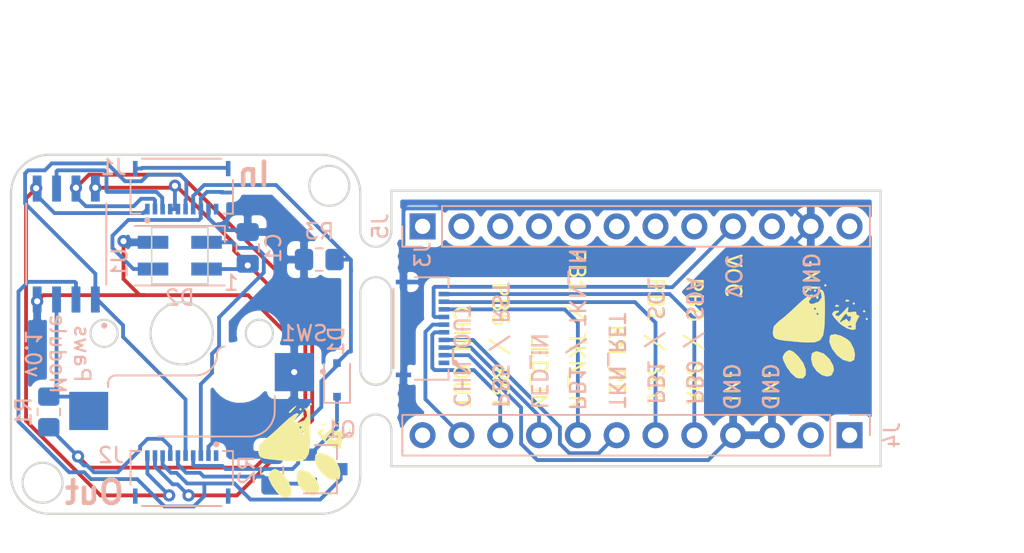
<source format=kicad_pcb>
(kicad_pcb (version 20171130) (host pcbnew "(5.1.12)-1")

  (general
    (thickness 1.6)
    (drawings 72)
    (tracks 266)
    (zones 0)
    (modules 18)
    (nets 41)
  )

  (page A4)
  (layers
    (0 F.Cu signal)
    (31 B.Cu signal)
    (32 B.Adhes user)
    (33 F.Adhes user)
    (34 B.Paste user)
    (35 F.Paste user)
    (36 B.SilkS user)
    (37 F.SilkS user)
    (38 B.Mask user)
    (39 F.Mask user)
    (40 Dwgs.User user)
    (41 Cmts.User user)
    (42 Eco1.User user)
    (43 Eco2.User user)
    (44 Edge.Cuts user)
    (45 Margin user)
    (46 B.CrtYd user)
    (47 F.CrtYd user)
    (48 B.Fab user)
    (49 F.Fab user)
  )

  (setup
    (last_trace_width 0.25)
    (trace_clearance 0.2)
    (zone_clearance 0.508)
    (zone_45_only no)
    (trace_min 0)
    (via_size 0.8)
    (via_drill 0.4)
    (via_min_size 0.4)
    (via_min_drill 0.3)
    (uvia_size 0.3)
    (uvia_drill 0.1)
    (uvias_allowed no)
    (uvia_min_size 0.2)
    (uvia_min_drill 0.1)
    (edge_width 0.05)
    (segment_width 0.2)
    (pcb_text_width 0.3)
    (pcb_text_size 1.5 1.5)
    (mod_edge_width 0.12)
    (mod_text_size 1 1)
    (mod_text_width 0.15)
    (pad_size 2 0.85)
    (pad_drill 0)
    (pad_to_mask_clearance 0)
    (aux_axis_origin 0 0)
    (visible_elements 7FFFFFFF)
    (pcbplotparams
      (layerselection 0x010fc_ffffffff)
      (usegerberextensions false)
      (usegerberattributes true)
      (usegerberadvancedattributes true)
      (creategerberjobfile true)
      (excludeedgelayer true)
      (linewidth 0.100000)
      (plotframeref false)
      (viasonmask false)
      (mode 1)
      (useauxorigin false)
      (hpglpennumber 1)
      (hpglpenspeed 20)
      (hpglpendiameter 15.000000)
      (psnegative false)
      (psa4output false)
      (plotreference true)
      (plotvalue true)
      (plotinvisibletext false)
      (padsonsilk false)
      (subtractmaskfromsilk false)
      (outputformat 1)
      (mirror false)
      (drillshape 0)
      (scaleselection 1)
      (outputdirectory "output/"))
  )

  (net 0 "")
  (net 1 "Net-(J1-Pad10)")
  (net 2 "Net-(J2-Pad1)")
  (net 3 "Net-(D1-Pad1)")
  (net 4 TOKEN_RET)
  (net 5 LED_OUT)
  (net 6 VCC)
  (net 7 LED_IN)
  (net 8 GND)
  (net 9 RST)
  (net 10 SDA)
  (net 11 TOKEN_IN)
  (net 12 SCL)
  (net 13 TOKEN_OUT)
  (net 14 BTN_IN)
  (net 15 CHAIN_IN)
  (net 16 BREAKOUT_GND)
  (net 17 BREAKOUT_SDA)
  (net 18 BREAKOUT_SCL)
  (net 19 BREAKOUT_TOKEN_IN)
  (net 20 BREAKOUT_VCC)
  (net 21 BREAKOUT_CHAIN_OUT)
  (net 22 "Net-(J3-Pad1)")
  (net 23 BREAKOUT_LED_IN)
  (net 24 BREAKOUT_TOKEN_RET)
  (net 25 BREAKOUT_RST)
  (net 26 "Net-(J4-Pad1)")
  (net 27 "Net-(J1-PadS1)")
  (net 28 "Net-(J2-PadS1)")
  (net 29 "Net-(J4-Pad12)")
  (net 30 "Net-(J4-Pad2)")
  (net 31 "Net-(J5-Pad12)")
  (net 32 "Net-(J5-Pad10)")
  (net 33 "Net-(J5-Pad8)")
  (net 34 "Net-(J5-Pad7)")
  (net 35 "Net-(J5-Pad6)")
  (net 36 "Net-(J5-Pad5)")
  (net 37 "Net-(J5-Pad4)")
  (net 38 "Net-(J5-Pad3)")
  (net 39 "Net-(J5-Pad2)")
  (net 40 "Net-(J5-Pad1)")

  (net_class Default "This is the default net class."
    (clearance 0.2)
    (trace_width 0.25)
    (via_dia 0.8)
    (via_drill 0.4)
    (uvia_dia 0.3)
    (uvia_drill 0.1)
    (add_net BREAKOUT_CHAIN_OUT)
    (add_net BREAKOUT_GND)
    (add_net BREAKOUT_LED_IN)
    (add_net BREAKOUT_RST)
    (add_net BREAKOUT_SCL)
    (add_net BREAKOUT_SDA)
    (add_net BREAKOUT_TOKEN_IN)
    (add_net BREAKOUT_TOKEN_RET)
    (add_net BREAKOUT_VCC)
    (add_net BTN_IN)
    (add_net CHAIN_IN)
    (add_net GND)
    (add_net LED_IN)
    (add_net LED_OUT)
    (add_net "Net-(D1-Pad1)")
    (add_net "Net-(J1-Pad10)")
    (add_net "Net-(J1-PadS1)")
    (add_net "Net-(J2-Pad1)")
    (add_net "Net-(J2-PadS1)")
    (add_net "Net-(J3-Pad1)")
    (add_net "Net-(J4-Pad1)")
    (add_net "Net-(J4-Pad12)")
    (add_net "Net-(J4-Pad2)")
    (add_net "Net-(J5-Pad1)")
    (add_net "Net-(J5-Pad10)")
    (add_net "Net-(J5-Pad12)")
    (add_net "Net-(J5-Pad2)")
    (add_net "Net-(J5-Pad3)")
    (add_net "Net-(J5-Pad4)")
    (add_net "Net-(J5-Pad5)")
    (add_net "Net-(J5-Pad6)")
    (add_net "Net-(J5-Pad7)")
    (add_net "Net-(J5-Pad8)")
    (add_net RST)
    (add_net SCL)
    (add_net SDA)
    (add_net TOKEN_IN)
    (add_net TOKEN_OUT)
    (add_net TOKEN_RET)
    (add_net VCC)
  )

  (module "Mouse Bites:mouse-bite-2mm-slot" (layer F.Cu) (tedit 551DB891) (tstamp 623B88FD)
    (at 164.846 89.6747 90)
    (fp_text reference mouse-bite-2mm-slot (at 0 -2 90) (layer F.SilkS) hide
      (effects (font (size 1 1) (thickness 0.2)))
    )
    (fp_text value VAL** (at 0 2.1 90) (layer F.SilkS) hide
      (effects (font (size 1 1) (thickness 0.2)))
    )
    (fp_line (start 2 0) (end 2 0) (layer Eco1.User) (width 2))
    (fp_line (start -2 0) (end -2 0) (layer Eco1.User) (width 2))
    (fp_circle (center -2 0) (end -2 -0.06) (layer Dwgs.User) (width 0.05))
    (fp_circle (center 2 0) (end 2.06 0) (layer Dwgs.User) (width 0.05))
    (fp_arc (start -2 0) (end -2 -1) (angle 180) (layer F.SilkS) (width 0.1))
    (fp_arc (start 2 0) (end 2 1) (angle 180) (layer F.SilkS) (width 0.1))
    (pad "" np_thru_hole circle (at 0 -0.75 90) (size 0.5 0.5) (drill 0.5) (layers *.Cu *.Mask))
    (pad "" np_thru_hole circle (at 0 0.75 90) (size 0.5 0.5) (drill 0.5) (layers *.Cu *.Mask))
    (pad "" np_thru_hole circle (at 0.75 -0.75 90) (size 0.5 0.5) (drill 0.5) (layers *.Cu *.Mask))
    (pad "" np_thru_hole circle (at -0.75 -0.75 90) (size 0.5 0.5) (drill 0.5) (layers *.Cu *.Mask))
    (pad "" np_thru_hole circle (at -0.75 0.75 90) (size 0.5 0.5) (drill 0.5) (layers *.Cu *.Mask))
    (pad "" np_thru_hole circle (at 0.75 0.75 90) (size 0.5 0.5) (drill 0.5) (layers *.Cu *.Mask))
  )

  (module "Mouse Bites:mouse-bite-2mm-slot" (layer F.Cu) (tedit 551DB891) (tstamp 623B87D7)
    (at 164.846 80.6704 90)
    (fp_text reference mouse-bite-2mm-slot (at 0 -2 90) (layer F.SilkS) hide
      (effects (font (size 1 1) (thickness 0.2)))
    )
    (fp_text value VAL** (at 0 2.1 90) (layer F.SilkS) hide
      (effects (font (size 1 1) (thickness 0.2)))
    )
    (fp_arc (start 2 0) (end 2 1) (angle 180) (layer F.SilkS) (width 0.1))
    (fp_arc (start -2 0) (end -2 -1) (angle 180) (layer F.SilkS) (width 0.1))
    (fp_circle (center 2 0) (end 2.06 0) (layer Dwgs.User) (width 0.05))
    (fp_circle (center -2 0) (end -2 -0.06) (layer Dwgs.User) (width 0.05))
    (fp_line (start -2 0) (end -2 0) (layer Eco1.User) (width 2))
    (fp_line (start 2 0) (end 2 0) (layer Eco1.User) (width 2))
    (pad "" np_thru_hole circle (at 0.75 0.75 90) (size 0.5 0.5) (drill 0.5) (layers *.Cu *.Mask))
    (pad "" np_thru_hole circle (at -0.75 0.75 90) (size 0.5 0.5) (drill 0.5) (layers *.Cu *.Mask))
    (pad "" np_thru_hole circle (at -0.75 -0.75 90) (size 0.5 0.5) (drill 0.5) (layers *.Cu *.Mask))
    (pad "" np_thru_hole circle (at 0.75 -0.75 90) (size 0.5 0.5) (drill 0.5) (layers *.Cu *.Mask))
    (pad "" np_thru_hole circle (at 0 0.75 90) (size 0.5 0.5) (drill 0.5) (layers *.Cu *.Mask))
    (pad "" np_thru_hole circle (at 0 -0.75 90) (size 0.5 0.5) (drill 0.5) (layers *.Cu *.Mask))
  )

  (module ATTiny85-20SU:SOIC127P798X216-8N (layer B.Cu) (tedit 6237BD36) (tstamp 623AFE6B)
    (at 144.5895 79.502 90)
    (path /6201B97B)
    (fp_text reference U1 (at -1.235 3.487 270) (layer B.SilkS)
      (effects (font (size 1 1) (thickness 0.15)) (justify mirror))
    )
    (fp_text value ATtiny85-20SU (at 7.02 -3.487 270) (layer B.Fab)
      (effects (font (size 1 1) (thickness 0.15)) (justify mirror))
    )
    (fp_circle (center -5.34 2.485) (end -5.24 2.485) (layer B.SilkS) (width 0.2))
    (fp_circle (center -5.34 2.485) (end -5.24 2.485) (layer B.Fab) (width 0.2))
    (fp_line (start -2.645 2.62) (end 2.645 2.62) (layer B.Fab) (width 0.127))
    (fp_line (start -2.645 -2.62) (end 2.645 -2.62) (layer B.Fab) (width 0.127))
    (fp_line (start -2.645 2.62) (end 2.645 2.62) (layer B.SilkS) (width 0.127))
    (fp_line (start -2.645 -2.62) (end 2.645 -2.62) (layer B.SilkS) (width 0.127))
    (fp_line (start -2.645 2.62) (end -2.645 -2.62) (layer B.Fab) (width 0.127))
    (fp_line (start 2.645 2.62) (end 2.645 -2.62) (layer B.Fab) (width 0.127))
    (fp_line (start -4.735 2.87) (end 4.735 2.87) (layer B.CrtYd) (width 0.05))
    (fp_line (start -4.735 -2.87) (end 4.735 -2.87) (layer B.CrtYd) (width 0.05))
    (fp_line (start -4.735 2.87) (end -4.735 -2.87) (layer B.CrtYd) (width 0.05))
    (fp_line (start 4.735 2.87) (end 4.735 -2.87) (layer B.CrtYd) (width 0.05))
    (pad 8 smd roundrect (at 3.63 1.905 90) (size 1.71 0.58) (layers B.Cu B.Paste B.Mask) (roundrect_rratio 0.07000000000000001)
      (net 6 VCC))
    (pad 7 smd roundrect (at 3.63 0.635 90) (size 1.71 0.58) (layers B.Cu B.Paste B.Mask) (roundrect_rratio 0.07000000000000001)
      (net 12 SCL))
    (pad 6 smd roundrect (at 3.63 -0.635 90) (size 1.71 0.58) (layers B.Cu B.Paste B.Mask) (roundrect_rratio 0.07000000000000001)
      (net 11 TOKEN_IN))
    (pad 5 smd roundrect (at 3.63 -1.905 90) (size 1.71 0.58) (layers B.Cu B.Paste B.Mask) (roundrect_rratio 0.07000000000000001)
      (net 10 SDA))
    (pad 4 smd roundrect (at -3.63 -1.905 90) (size 1.71 0.58) (layers B.Cu B.Paste B.Mask) (roundrect_rratio 0.07000000000000001)
      (net 8 GND))
    (pad 3 smd roundrect (at -3.63 -0.635 90) (size 1.71 0.58) (layers B.Cu B.Paste B.Mask) (roundrect_rratio 0.07000000000000001)
      (net 14 BTN_IN))
    (pad 2 smd roundrect (at -3.63 0.635 90) (size 1.71 0.58) (layers B.Cu B.Paste B.Mask) (roundrect_rratio 0.07000000000000001)
      (net 13 TOKEN_OUT))
    (pad 1 smd roundrect (at -3.63 1.905 90) (size 1.71 0.58) (layers B.Cu B.Paste B.Mask) (roundrect_rratio 0.07000000000000001)
      (net 9 RST))
    (model ${KISYS3DMOD}/Package_SO.3dshapes/SOIJ-8_5.3x5.3mm_P1.27mm.wrl
      (at (xyz 0 0 0))
      (scale (xyz 1 1 1))
      (rotate (xyz 0 0 0))
    )
    (model "C:/Users/Gili/Documents/KiCad Libraries/ATTiny85-20SU/ATTINY85-20SU.step"
      (offset (xyz 0 2.6 0))
      (scale (xyz 1 1 1))
      (rotate (xyz -90 0 90))
    )
  )

  (module Diode_SMD:D_SOD-323F (layer B.Cu) (tedit 590A48EB) (tstamp 623A943E)
    (at 162.306 88.392 90)
    (descr "SOD-323F http://www.nxp.com/documents/outline_drawing/SOD323F.pdf")
    (tags SOD-323F)
    (path /6211F619)
    (attr smd)
    (fp_text reference D1 (at 2.54 -0.0508 90) (layer B.SilkS)
      (effects (font (size 1 1) (thickness 0.15)) (justify mirror))
    )
    (fp_text value DIODE (at 0.1 -1.9 90) (layer B.Fab)
      (effects (font (size 1 1) (thickness 0.15)) (justify mirror))
    )
    (fp_text user %R (at 0 1.85 90) (layer B.Fab)
      (effects (font (size 1 1) (thickness 0.15)) (justify mirror))
    )
    (fp_line (start -1.5 0.85) (end -1.5 -0.85) (layer B.SilkS) (width 0.12))
    (fp_line (start 0.2 0) (end 0.45 0) (layer B.Fab) (width 0.1))
    (fp_line (start 0.2 -0.35) (end -0.3 0) (layer B.Fab) (width 0.1))
    (fp_line (start 0.2 0.35) (end 0.2 -0.35) (layer B.Fab) (width 0.1))
    (fp_line (start -0.3 0) (end 0.2 0.35) (layer B.Fab) (width 0.1))
    (fp_line (start -0.3 0) (end -0.5 0) (layer B.Fab) (width 0.1))
    (fp_line (start -0.3 0.35) (end -0.3 -0.35) (layer B.Fab) (width 0.1))
    (fp_line (start -0.9 -0.7) (end -0.9 0.7) (layer B.Fab) (width 0.1))
    (fp_line (start 0.9 -0.7) (end -0.9 -0.7) (layer B.Fab) (width 0.1))
    (fp_line (start 0.9 0.7) (end 0.9 -0.7) (layer B.Fab) (width 0.1))
    (fp_line (start -0.9 0.7) (end 0.9 0.7) (layer B.Fab) (width 0.1))
    (fp_line (start -1.6 0.95) (end 1.6 0.95) (layer B.CrtYd) (width 0.05))
    (fp_line (start 1.6 0.95) (end 1.6 -0.95) (layer B.CrtYd) (width 0.05))
    (fp_line (start -1.6 -0.95) (end 1.6 -0.95) (layer B.CrtYd) (width 0.05))
    (fp_line (start -1.6 0.95) (end -1.6 -0.95) (layer B.CrtYd) (width 0.05))
    (fp_line (start -1.5 -0.85) (end 1.05 -0.85) (layer B.SilkS) (width 0.12))
    (fp_line (start -1.5 0.85) (end 1.05 0.85) (layer B.SilkS) (width 0.12))
    (pad 2 smd rect (at 1.1 0 90) (size 0.5 0.5) (layers B.Cu B.Paste B.Mask)
      (net 4 TOKEN_RET))
    (pad 1 smd rect (at -1.1 0 90) (size 0.5 0.5) (layers B.Cu B.Paste B.Mask)
      (net 3 "Net-(D1-Pad1)"))
    (model ${KISYS3DMOD}/Diode_SMD.3dshapes/D_SOD-323F.wrl
      (at (xyz 0 0 0))
      (scale (xyz 1 1 1))
      (rotate (xyz 0 0 0))
    )
  )

  (module "Paws Logos:Paws-Tiny-150" (layer F.Cu) (tedit 0) (tstamp 623B8131)
    (at 194.0052 85.0011 270)
    (fp_text reference G*** (at 0 0 90) (layer F.SilkS) hide
      (effects (font (size 1.524 1.524) (thickness 0.3)))
    )
    (fp_text value LOGO (at 0.75 0 90) (layer F.SilkS) hide
      (effects (font (size 1.524 1.524) (thickness 0.3)))
    )
    (fp_poly (pts (xy -0.508 -2.963334) (xy -0.592667 -2.878667) (xy -0.677334 -2.963334) (xy -0.592667 -3.048)
      (xy -0.508 -2.963334)) (layer F.SilkS) (width 0.01))
    (fp_poly (pts (xy -1.016 -2.794) (xy -1.100667 -2.709334) (xy -1.185334 -2.794) (xy -1.100667 -2.878667)
      (xy -1.016 -2.794)) (layer F.SilkS) (width 0.01))
    (fp_poly (pts (xy -1.524 -2.116667) (xy -1.608667 -2.032) (xy -1.693334 -2.116667) (xy -1.608667 -2.201334)
      (xy -1.524 -2.116667)) (layer F.SilkS) (width 0.01))
    (fp_poly (pts (xy -1.749778 -1.806223) (xy -1.729512 -1.605264) (xy -1.749778 -1.580445) (xy -1.850447 -1.603689)
      (xy -1.862667 -1.693334) (xy -1.800711 -1.832714) (xy -1.749778 -1.806223)) (layer F.SilkS) (width 0.01))
    (fp_poly (pts (xy -1.411112 -1.128889) (xy -1.390846 -0.92793) (xy -1.411112 -0.903112) (xy -1.51178 -0.926356)
      (xy -1.524 -1.016) (xy -1.462044 -1.155381) (xy -1.411112 -1.128889)) (layer F.SilkS) (width 0.01))
    (fp_poly (pts (xy -0.594824 -2.372457) (xy -0.280091 -2.23572) (xy -0.121457 -2.248452) (xy 0.082183 -2.230187)
      (xy 0.123633 -2.009159) (xy 0.019552 -1.670195) (xy -0.213403 -1.298124) (xy -0.334516 -1.163434)
      (xy -0.69516 -0.821396) (xy -0.905143 -0.698607) (xy -1.042271 -0.76432) (xy -1.10763 -0.857933)
      (xy -1.145971 -1.093459) (xy -1.117623 -1.140155) (xy -1.024875 -1.109938) (xy -1.016 -1.034229)
      (xy -0.910793 -0.915558) (xy -0.818539 -0.948718) (xy -0.785559 -1.126405) (xy -1.06346 -1.429612)
      (xy -1.114872 -1.472222) (xy -1.263461 -1.609144) (xy -0.949013 -1.609144) (xy -0.771969 -1.433948)
      (xy -0.454375 -1.220984) (xy -0.361603 -1.223955) (xy -0.494334 -1.422867) (xy -0.603154 -1.637562)
      (xy -0.481297 -1.730457) (xy -0.41094 -1.826804) (xy -0.475175 -1.862667) (xy -0.169334 -1.862667)
      (xy -0.107377 -1.723287) (xy -0.056445 -1.749778) (xy -0.036179 -1.950737) (xy -0.056445 -1.975556)
      (xy -0.157113 -1.952312) (xy -0.169334 -1.862667) (xy -0.475175 -1.862667) (xy -0.56769 -1.914318)
      (xy -0.769794 -1.94308) (xy -0.760802 -1.860728) (xy -0.792008 -1.707546) (xy -0.879007 -1.687948)
      (xy -0.949013 -1.609144) (xy -1.263461 -1.609144) (xy -1.369565 -1.706916) (xy -1.36101 -1.77633)
      (xy -1.285115 -1.75495) (xy -1.053774 -1.716694) (xy -1.03453 -1.906627) (xy -1.057657 -2.003673)
      (xy -1.076512 -2.250007) (xy -1.000209 -2.276241) (xy -0.858904 -2.310918) (xy -0.846667 -2.381408)
      (xy -0.78343 -2.491062) (xy -0.594824 -2.372457)) (layer F.SilkS) (width 0.01))
    (fp_poly (pts (xy 2.082543 -2.140995) (xy 2.197813 -1.916263) (xy 2.201333 -1.8296) (xy 2.077504 -1.403923)
      (xy 1.763598 -1.003376) (xy 1.345984 -0.687878) (xy 0.91103 -0.517349) (xy 0.545106 -0.55171)
      (xy 0.454638 -0.617806) (xy 0.39738 -0.883522) (xy 0.504316 -1.283866) (xy 0.728373 -1.688781)
      (xy 0.916824 -1.894755) (xy 1.361967 -2.125447) (xy 1.735666 -2.1957) (xy 2.082543 -2.140995)) (layer F.SilkS) (width 0.01))
    (fp_poly (pts (xy -2.709334 -0.254) (xy -2.794 -0.169334) (xy -2.878667 -0.254) (xy -2.794 -0.338667)
      (xy -2.709334 -0.254)) (layer F.SilkS) (width 0.01))
    (fp_poly (pts (xy -1.919112 0.225777) (xy -1.942356 0.326446) (xy -2.032 0.338666) (xy -2.171381 0.27671)
      (xy -2.144889 0.225777) (xy -1.94393 0.205511) (xy -1.919112 0.225777)) (layer F.SilkS) (width 0.01))
    (fp_poly (pts (xy -2.370667 0.423333) (xy -2.455334 0.508) (xy -2.54 0.423333) (xy -2.455334 0.338666)
      (xy -2.370667 0.423333)) (layer F.SilkS) (width 0.01))
    (fp_poly (pts (xy 3.092409 -0.65694) (xy 3.174201 -0.366783) (xy 3.066184 -0.014841) (xy 2.806822 0.325439)
      (xy 2.434578 0.58061) (xy 2.002482 0.677333) (xy 1.652399 0.624021) (xy 1.531092 0.406331)
      (xy 1.524 0.26629) (xy 1.669703 -0.1509) (xy 2.026436 -0.533622) (xy 2.473628 -0.778572)
      (xy 2.782346 -0.811864) (xy 3.092409 -0.65694)) (layer F.SilkS) (width 0.01))
    (fp_poly (pts (xy -2.620359 0.730474) (xy -2.497667 0.825067) (xy -2.234408 1.072227) (xy -2.235553 1.182553)
      (xy -2.265267 1.185333) (xy -2.406616 1.069615) (xy -2.5616 0.889) (xy -2.708047 0.688425)
      (xy -2.620359 0.730474)) (layer F.SilkS) (width 0.01))
    (fp_poly (pts (xy 3.077626 1.032673) (xy 3.291215 1.201331) (xy 3.291503 1.523942) (xy 3.220144 1.688081)
      (xy 2.946539 1.992562) (xy 2.517794 2.296152) (xy 2.083931 2.502636) (xy 1.891809 2.54)
      (xy 1.662952 2.423867) (xy 1.527495 2.290212) (xy 1.437897 2.084866) (xy 1.5497 1.838829)
      (xy 1.832403 1.528212) (xy 2.280685 1.188333) (xy 2.718271 1.025747) (xy 3.077626 1.032673)) (layer F.SilkS) (width 0.01))
    (fp_poly (pts (xy -0.93842 -0.227158) (xy -0.091602 -0.198782) (xy 0.468332 -0.113615) (xy 0.793159 0.082922)
      (xy 0.934655 0.44541) (xy 0.944595 1.02843) (xy 0.891567 1.701948) (xy 0.823365 2.396881)
      (xy 0.755009 2.823621) (xy 0.659357 3.051563) (xy 0.509268 3.150105) (xy 0.31161 3.184773)
      (xy -0.104238 3.125848) (xy -0.4437 2.793874) (xy -0.45039 2.784209) (xy -0.745248 2.40975)
      (xy -1.171906 1.928533) (xy -1.481667 1.604206) (xy -1.865742 1.182124) (xy -2.12684 0.830293)
      (xy -2.201334 0.65857) (xy -2.152121 0.528204) (xy -1.998134 0.643466) (xy -1.722912 0.833735)
      (xy -1.591047 0.725216) (xy -1.585149 0.550333) (xy -1.633444 0.423333) (xy -1.354667 0.423333)
      (xy -1.27 0.508) (xy -1.185334 0.423333) (xy -1.27 0.338666) (xy -1.354667 0.423333)
      (xy -1.633444 0.423333) (xy -1.697837 0.254) (xy -1.016 0.254) (xy -0.931334 0.338666)
      (xy -0.846667 0.254) (xy -0.931334 0.169333) (xy -1.016 0.254) (xy -1.697837 0.254)
      (xy -1.727212 0.176755) (xy -2.010392 -0.019129) (xy -2.324673 0.033238) (xy -2.355391 0.056334)
      (xy -2.52862 0.162709) (xy -2.512905 0.006524) (xy -2.510752 0) (xy -2.401139 -0.125646)
      (xy -2.134061 -0.199306) (xy -1.648196 -0.22984) (xy -0.93842 -0.227158)) (layer F.SilkS) (width 0.01))
  )

  (module "Paws Logos:Paws-Tiny-150" (layer F.Cu) (tedit 0) (tstamp 623A893D)
    (at 160.3375 92.7735 270)
    (fp_text reference G*** (at 0 0 90) (layer F.SilkS) hide
      (effects (font (size 1.524 1.524) (thickness 0.3)))
    )
    (fp_text value LOGO (at 0.75 0 90) (layer F.SilkS) hide
      (effects (font (size 1.524 1.524) (thickness 0.3)))
    )
    (fp_poly (pts (xy -0.93842 -0.227158) (xy -0.091602 -0.198782) (xy 0.468332 -0.113615) (xy 0.793159 0.082922)
      (xy 0.934655 0.44541) (xy 0.944595 1.02843) (xy 0.891567 1.701948) (xy 0.823365 2.396881)
      (xy 0.755009 2.823621) (xy 0.659357 3.051563) (xy 0.509268 3.150105) (xy 0.31161 3.184773)
      (xy -0.104238 3.125848) (xy -0.4437 2.793874) (xy -0.45039 2.784209) (xy -0.745248 2.40975)
      (xy -1.171906 1.928533) (xy -1.481667 1.604206) (xy -1.865742 1.182124) (xy -2.12684 0.830293)
      (xy -2.201334 0.65857) (xy -2.152121 0.528204) (xy -1.998134 0.643466) (xy -1.722912 0.833735)
      (xy -1.591047 0.725216) (xy -1.585149 0.550333) (xy -1.633444 0.423333) (xy -1.354667 0.423333)
      (xy -1.27 0.508) (xy -1.185334 0.423333) (xy -1.27 0.338666) (xy -1.354667 0.423333)
      (xy -1.633444 0.423333) (xy -1.697837 0.254) (xy -1.016 0.254) (xy -0.931334 0.338666)
      (xy -0.846667 0.254) (xy -0.931334 0.169333) (xy -1.016 0.254) (xy -1.697837 0.254)
      (xy -1.727212 0.176755) (xy -2.010392 -0.019129) (xy -2.324673 0.033238) (xy -2.355391 0.056334)
      (xy -2.52862 0.162709) (xy -2.512905 0.006524) (xy -2.510752 0) (xy -2.401139 -0.125646)
      (xy -2.134061 -0.199306) (xy -1.648196 -0.22984) (xy -0.93842 -0.227158)) (layer F.SilkS) (width 0.01))
    (fp_poly (pts (xy 3.077626 1.032673) (xy 3.291215 1.201331) (xy 3.291503 1.523942) (xy 3.220144 1.688081)
      (xy 2.946539 1.992562) (xy 2.517794 2.296152) (xy 2.083931 2.502636) (xy 1.891809 2.54)
      (xy 1.662952 2.423867) (xy 1.527495 2.290212) (xy 1.437897 2.084866) (xy 1.5497 1.838829)
      (xy 1.832403 1.528212) (xy 2.280685 1.188333) (xy 2.718271 1.025747) (xy 3.077626 1.032673)) (layer F.SilkS) (width 0.01))
    (fp_poly (pts (xy -2.620359 0.730474) (xy -2.497667 0.825067) (xy -2.234408 1.072227) (xy -2.235553 1.182553)
      (xy -2.265267 1.185333) (xy -2.406616 1.069615) (xy -2.5616 0.889) (xy -2.708047 0.688425)
      (xy -2.620359 0.730474)) (layer F.SilkS) (width 0.01))
    (fp_poly (pts (xy 3.092409 -0.65694) (xy 3.174201 -0.366783) (xy 3.066184 -0.014841) (xy 2.806822 0.325439)
      (xy 2.434578 0.58061) (xy 2.002482 0.677333) (xy 1.652399 0.624021) (xy 1.531092 0.406331)
      (xy 1.524 0.26629) (xy 1.669703 -0.1509) (xy 2.026436 -0.533622) (xy 2.473628 -0.778572)
      (xy 2.782346 -0.811864) (xy 3.092409 -0.65694)) (layer F.SilkS) (width 0.01))
    (fp_poly (pts (xy -2.370667 0.423333) (xy -2.455334 0.508) (xy -2.54 0.423333) (xy -2.455334 0.338666)
      (xy -2.370667 0.423333)) (layer F.SilkS) (width 0.01))
    (fp_poly (pts (xy -1.919112 0.225777) (xy -1.942356 0.326446) (xy -2.032 0.338666) (xy -2.171381 0.27671)
      (xy -2.144889 0.225777) (xy -1.94393 0.205511) (xy -1.919112 0.225777)) (layer F.SilkS) (width 0.01))
    (fp_poly (pts (xy -2.709334 -0.254) (xy -2.794 -0.169334) (xy -2.878667 -0.254) (xy -2.794 -0.338667)
      (xy -2.709334 -0.254)) (layer F.SilkS) (width 0.01))
    (fp_poly (pts (xy 2.082543 -2.140995) (xy 2.197813 -1.916263) (xy 2.201333 -1.8296) (xy 2.077504 -1.403923)
      (xy 1.763598 -1.003376) (xy 1.345984 -0.687878) (xy 0.91103 -0.517349) (xy 0.545106 -0.55171)
      (xy 0.454638 -0.617806) (xy 0.39738 -0.883522) (xy 0.504316 -1.283866) (xy 0.728373 -1.688781)
      (xy 0.916824 -1.894755) (xy 1.361967 -2.125447) (xy 1.735666 -2.1957) (xy 2.082543 -2.140995)) (layer F.SilkS) (width 0.01))
    (fp_poly (pts (xy -0.594824 -2.372457) (xy -0.280091 -2.23572) (xy -0.121457 -2.248452) (xy 0.082183 -2.230187)
      (xy 0.123633 -2.009159) (xy 0.019552 -1.670195) (xy -0.213403 -1.298124) (xy -0.334516 -1.163434)
      (xy -0.69516 -0.821396) (xy -0.905143 -0.698607) (xy -1.042271 -0.76432) (xy -1.10763 -0.857933)
      (xy -1.145971 -1.093459) (xy -1.117623 -1.140155) (xy -1.024875 -1.109938) (xy -1.016 -1.034229)
      (xy -0.910793 -0.915558) (xy -0.818539 -0.948718) (xy -0.785559 -1.126405) (xy -1.06346 -1.429612)
      (xy -1.114872 -1.472222) (xy -1.263461 -1.609144) (xy -0.949013 -1.609144) (xy -0.771969 -1.433948)
      (xy -0.454375 -1.220984) (xy -0.361603 -1.223955) (xy -0.494334 -1.422867) (xy -0.603154 -1.637562)
      (xy -0.481297 -1.730457) (xy -0.41094 -1.826804) (xy -0.475175 -1.862667) (xy -0.169334 -1.862667)
      (xy -0.107377 -1.723287) (xy -0.056445 -1.749778) (xy -0.036179 -1.950737) (xy -0.056445 -1.975556)
      (xy -0.157113 -1.952312) (xy -0.169334 -1.862667) (xy -0.475175 -1.862667) (xy -0.56769 -1.914318)
      (xy -0.769794 -1.94308) (xy -0.760802 -1.860728) (xy -0.792008 -1.707546) (xy -0.879007 -1.687948)
      (xy -0.949013 -1.609144) (xy -1.263461 -1.609144) (xy -1.369565 -1.706916) (xy -1.36101 -1.77633)
      (xy -1.285115 -1.75495) (xy -1.053774 -1.716694) (xy -1.03453 -1.906627) (xy -1.057657 -2.003673)
      (xy -1.076512 -2.250007) (xy -1.000209 -2.276241) (xy -0.858904 -2.310918) (xy -0.846667 -2.381408)
      (xy -0.78343 -2.491062) (xy -0.594824 -2.372457)) (layer F.SilkS) (width 0.01))
    (fp_poly (pts (xy -1.411112 -1.128889) (xy -1.390846 -0.92793) (xy -1.411112 -0.903112) (xy -1.51178 -0.926356)
      (xy -1.524 -1.016) (xy -1.462044 -1.155381) (xy -1.411112 -1.128889)) (layer F.SilkS) (width 0.01))
    (fp_poly (pts (xy -1.749778 -1.806223) (xy -1.729512 -1.605264) (xy -1.749778 -1.580445) (xy -1.850447 -1.603689)
      (xy -1.862667 -1.693334) (xy -1.800711 -1.832714) (xy -1.749778 -1.806223)) (layer F.SilkS) (width 0.01))
    (fp_poly (pts (xy -1.524 -2.116667) (xy -1.608667 -2.032) (xy -1.693334 -2.116667) (xy -1.608667 -2.201334)
      (xy -1.524 -2.116667)) (layer F.SilkS) (width 0.01))
    (fp_poly (pts (xy -1.016 -2.794) (xy -1.100667 -2.709334) (xy -1.185334 -2.794) (xy -1.100667 -2.878667)
      (xy -1.016 -2.794)) (layer F.SilkS) (width 0.01))
    (fp_poly (pts (xy -0.508 -2.963334) (xy -0.592667 -2.878667) (xy -0.677334 -2.963334) (xy -0.592667 -3.048)
      (xy -0.508 -2.963334)) (layer F.SilkS) (width 0.01))
  )

  (module Connector_PinSocket_2.54mm:PinSocket_1x12_P2.54mm_Vertical (layer B.Cu) (tedit 5A19A41D) (tstamp 623B82AA)
    (at 167.9067 78.3463 270)
    (descr "Through hole straight socket strip, 1x12, 2.54mm pitch, single row (from Kicad 4.0.7), script generated")
    (tags "Through hole socket strip THT 1x12 2.54mm single row")
    (path /623A0A34)
    (fp_text reference J5 (at 0 2.77 270) (layer B.SilkS)
      (effects (font (size 1 1) (thickness 0.15)) (justify mirror))
    )
    (fp_text value Conn_01x12_Female (at 0 -30.71 270) (layer B.Fab)
      (effects (font (size 1 1) (thickness 0.15)) (justify mirror))
    )
    (fp_line (start -1.8 -29.7) (end -1.8 1.8) (layer B.CrtYd) (width 0.05))
    (fp_line (start 1.75 -29.7) (end -1.8 -29.7) (layer B.CrtYd) (width 0.05))
    (fp_line (start 1.75 1.8) (end 1.75 -29.7) (layer B.CrtYd) (width 0.05))
    (fp_line (start -1.8 1.8) (end 1.75 1.8) (layer B.CrtYd) (width 0.05))
    (fp_line (start 0 1.33) (end 1.33 1.33) (layer B.SilkS) (width 0.12))
    (fp_line (start 1.33 1.33) (end 1.33 0) (layer B.SilkS) (width 0.12))
    (fp_line (start 1.33 -1.27) (end 1.33 -29.27) (layer B.SilkS) (width 0.12))
    (fp_line (start -1.33 -29.27) (end 1.33 -29.27) (layer B.SilkS) (width 0.12))
    (fp_line (start -1.33 -1.27) (end -1.33 -29.27) (layer B.SilkS) (width 0.12))
    (fp_line (start -1.33 -1.27) (end 1.33 -1.27) (layer B.SilkS) (width 0.12))
    (fp_line (start -1.27 -29.21) (end -1.27 1.27) (layer B.Fab) (width 0.1))
    (fp_line (start 1.27 -29.21) (end -1.27 -29.21) (layer B.Fab) (width 0.1))
    (fp_line (start 1.27 0.635) (end 1.27 -29.21) (layer B.Fab) (width 0.1))
    (fp_line (start 0.635 1.27) (end 1.27 0.635) (layer B.Fab) (width 0.1))
    (fp_line (start -1.27 1.27) (end 0.635 1.27) (layer B.Fab) (width 0.1))
    (fp_text user %R (at 0 -13.97) (layer B.Fab)
      (effects (font (size 1 1) (thickness 0.15)) (justify mirror))
    )
    (pad 12 thru_hole oval (at 0 -27.94 270) (size 1.7 1.7) (drill 1) (layers *.Cu *.Mask)
      (net 31 "Net-(J5-Pad12)"))
    (pad 11 thru_hole oval (at 0 -25.4 270) (size 1.7 1.7) (drill 1) (layers *.Cu *.Mask)
      (net 16 BREAKOUT_GND))
    (pad 10 thru_hole oval (at 0 -22.86 270) (size 1.7 1.7) (drill 1) (layers *.Cu *.Mask)
      (net 32 "Net-(J5-Pad10)"))
    (pad 9 thru_hole oval (at 0 -20.32 270) (size 1.7 1.7) (drill 1) (layers *.Cu *.Mask)
      (net 20 BREAKOUT_VCC))
    (pad 8 thru_hole oval (at 0 -17.78 270) (size 1.7 1.7) (drill 1) (layers *.Cu *.Mask)
      (net 33 "Net-(J5-Pad8)"))
    (pad 7 thru_hole oval (at 0 -15.24 270) (size 1.7 1.7) (drill 1) (layers *.Cu *.Mask)
      (net 34 "Net-(J5-Pad7)"))
    (pad 6 thru_hole oval (at 0 -12.7 270) (size 1.7 1.7) (drill 1) (layers *.Cu *.Mask)
      (net 35 "Net-(J5-Pad6)"))
    (pad 5 thru_hole oval (at 0 -10.16 270) (size 1.7 1.7) (drill 1) (layers *.Cu *.Mask)
      (net 36 "Net-(J5-Pad5)"))
    (pad 4 thru_hole oval (at 0 -7.62 270) (size 1.7 1.7) (drill 1) (layers *.Cu *.Mask)
      (net 37 "Net-(J5-Pad4)"))
    (pad 3 thru_hole oval (at 0 -5.08 270) (size 1.7 1.7) (drill 1) (layers *.Cu *.Mask)
      (net 38 "Net-(J5-Pad3)"))
    (pad 2 thru_hole oval (at 0 -2.54 270) (size 1.7 1.7) (drill 1) (layers *.Cu *.Mask)
      (net 39 "Net-(J5-Pad2)"))
    (pad 1 thru_hole rect (at 0 0 270) (size 1.7 1.7) (drill 1) (layers *.Cu *.Mask)
      (net 40 "Net-(J5-Pad1)"))
    (model ${KISYS3DMOD}/Connector_PinSocket_2.54mm.3dshapes/PinSocket_1x12_P2.54mm_Vertical.wrl
      (at (xyz 0 0 0))
      (scale (xyz 1 1 1))
      (rotate (xyz 0 0 0))
    )
  )

  (module Connector_PinSocket_2.54mm:PinSocket_1x12_P2.54mm_Vertical (layer B.Cu) (tedit 5A19A41D) (tstamp 623B824D)
    (at 195.8467 92.0115 90)
    (descr "Through hole straight socket strip, 1x12, 2.54mm pitch, single row (from Kicad 4.0.7), script generated")
    (tags "Through hole socket strip THT 1x12 2.54mm single row")
    (path /6239DF50)
    (fp_text reference J4 (at 0 2.77 -90) (layer B.SilkS)
      (effects (font (size 1 1) (thickness 0.15)) (justify mirror))
    )
    (fp_text value Conn_01x12_Female (at 0 -30.71 -90) (layer B.Fab)
      (effects (font (size 1 1) (thickness 0.15)) (justify mirror))
    )
    (fp_line (start -1.27 1.27) (end 0.635 1.27) (layer B.Fab) (width 0.1))
    (fp_line (start 0.635 1.27) (end 1.27 0.635) (layer B.Fab) (width 0.1))
    (fp_line (start 1.27 0.635) (end 1.27 -29.21) (layer B.Fab) (width 0.1))
    (fp_line (start 1.27 -29.21) (end -1.27 -29.21) (layer B.Fab) (width 0.1))
    (fp_line (start -1.27 -29.21) (end -1.27 1.27) (layer B.Fab) (width 0.1))
    (fp_line (start -1.33 -1.27) (end 1.33 -1.27) (layer B.SilkS) (width 0.12))
    (fp_line (start -1.33 -1.27) (end -1.33 -29.27) (layer B.SilkS) (width 0.12))
    (fp_line (start -1.33 -29.27) (end 1.33 -29.27) (layer B.SilkS) (width 0.12))
    (fp_line (start 1.33 -1.27) (end 1.33 -29.27) (layer B.SilkS) (width 0.12))
    (fp_line (start 1.33 1.33) (end 1.33 0) (layer B.SilkS) (width 0.12))
    (fp_line (start 0 1.33) (end 1.33 1.33) (layer B.SilkS) (width 0.12))
    (fp_line (start -1.8 1.8) (end 1.75 1.8) (layer B.CrtYd) (width 0.05))
    (fp_line (start 1.75 1.8) (end 1.75 -29.7) (layer B.CrtYd) (width 0.05))
    (fp_line (start 1.75 -29.7) (end -1.8 -29.7) (layer B.CrtYd) (width 0.05))
    (fp_line (start -1.8 -29.7) (end -1.8 1.8) (layer B.CrtYd) (width 0.05))
    (fp_text user %R (at 0 -13.97) (layer B.Fab)
      (effects (font (size 1 1) (thickness 0.15)) (justify mirror))
    )
    (pad 1 thru_hole rect (at 0 0 90) (size 1.7 1.7) (drill 1) (layers *.Cu *.Mask)
      (net 26 "Net-(J4-Pad1)"))
    (pad 2 thru_hole oval (at 0 -2.54 90) (size 1.7 1.7) (drill 1) (layers *.Cu *.Mask)
      (net 30 "Net-(J4-Pad2)"))
    (pad 3 thru_hole oval (at 0 -5.08 90) (size 1.7 1.7) (drill 1) (layers *.Cu *.Mask)
      (net 16 BREAKOUT_GND))
    (pad 4 thru_hole oval (at 0 -7.62 90) (size 1.7 1.7) (drill 1) (layers *.Cu *.Mask)
      (net 16 BREAKOUT_GND))
    (pad 5 thru_hole oval (at 0 -10.16 90) (size 1.7 1.7) (drill 1) (layers *.Cu *.Mask)
      (net 17 BREAKOUT_SDA))
    (pad 6 thru_hole oval (at 0 -12.7 90) (size 1.7 1.7) (drill 1) (layers *.Cu *.Mask)
      (net 18 BREAKOUT_SCL))
    (pad 7 thru_hole oval (at 0 -15.24 90) (size 1.7 1.7) (drill 1) (layers *.Cu *.Mask)
      (net 24 BREAKOUT_TOKEN_RET))
    (pad 8 thru_hole oval (at 0 -17.78 90) (size 1.7 1.7) (drill 1) (layers *.Cu *.Mask)
      (net 19 BREAKOUT_TOKEN_IN))
    (pad 9 thru_hole oval (at 0 -20.32 90) (size 1.7 1.7) (drill 1) (layers *.Cu *.Mask)
      (net 23 BREAKOUT_LED_IN))
    (pad 10 thru_hole oval (at 0 -22.86 90) (size 1.7 1.7) (drill 1) (layers *.Cu *.Mask)
      (net 25 BREAKOUT_RST))
    (pad 11 thru_hole oval (at 0 -25.4 90) (size 1.7 1.7) (drill 1) (layers *.Cu *.Mask)
      (net 21 BREAKOUT_CHAIN_OUT))
    (pad 12 thru_hole oval (at 0 -27.94 90) (size 1.7 1.7) (drill 1) (layers *.Cu *.Mask)
      (net 29 "Net-(J4-Pad12)"))
    (model ${KISYS3DMOD}/Connector_PinSocket_2.54mm.3dshapes/PinSocket_1x12_P2.54mm_Vertical.wrl
      (at (xyz 0 0 0))
      (scale (xyz 1 1 1))
      (rotate (xyz 0 0 0))
    )
  )

  (module LED_SMD:LED_SK6812MINI_PLCC4_3.5x3.5mm_P1.75mm (layer B.Cu) (tedit 62326F99) (tstamp 6232FC13)
    (at 152.019 80.264)
    (descr https://cdn-shop.adafruit.com/product-files/2686/SK6812MINI_REV.01-1-2.pdf)
    (tags "LED RGB NeoPixel Mini")
    (path /62376ADF)
    (attr smd)
    (fp_text reference D2 (at 0 2.75) (layer B.SilkS)
      (effects (font (size 1 1) (thickness 0.15)) (justify mirror))
    )
    (fp_text value SK6812MINI (at 0 -3.25) (layer B.Fab)
      (effects (font (size 1 1) (thickness 0.15)) (justify mirror))
    )
    (fp_circle (center 0 0) (end 0 1.5) (layer B.Fab) (width 0.1))
    (fp_line (start 2.95 -1.95) (end 2.95 -0.875) (layer B.SilkS) (width 0.12))
    (fp_line (start -2.95 -1.95) (end 2.95 -1.95) (layer B.SilkS) (width 0.12))
    (fp_line (start -2.95 1.95) (end 2.95 1.95) (layer B.SilkS) (width 0.12))
    (fp_line (start 1.75 1.75) (end -1.75 1.75) (layer B.Fab) (width 0.1))
    (fp_line (start 1.75 -1.75) (end 1.75 1.75) (layer B.Fab) (width 0.1))
    (fp_line (start -1.75 -1.75) (end 1.75 -1.75) (layer B.Fab) (width 0.1))
    (fp_line (start -1.75 1.75) (end -1.75 -1.75) (layer B.Fab) (width 0.1))
    (fp_line (start 1.75 -0.75) (end 0.75 -1.75) (layer B.Fab) (width 0.1))
    (fp_line (start -2.8 2) (end -2.8 -2) (layer B.CrtYd) (width 0.05))
    (fp_line (start -2.8 -2) (end 2.8 -2) (layer B.CrtYd) (width 0.05))
    (fp_line (start 2.8 -2) (end 2.8 2) (layer B.CrtYd) (width 0.05))
    (fp_line (start 2.8 2) (end -2.8 2) (layer B.CrtYd) (width 0.05))
    (fp_text user %R (at 0 0) (layer B.Fab)
      (effects (font (size 0.5 0.5) (thickness 0.1)) (justify mirror))
    )
    (fp_text user 1 (at 3.3655 1.778) (layer B.SilkS)
      (effects (font (size 1 1) (thickness 0.15)) (justify mirror))
    )
    (pad 1 smd rect (at -1.75 0.875) (size 2 0.85) (layers B.Cu B.Paste B.Mask)
      (net 7 LED_IN))
    (pad 2 smd rect (at -1.75 -0.875) (size 2 0.85) (layers B.Cu B.Paste B.Mask)
      (net 8 GND))
    (pad 4 smd rect (at 1.75 0.875) (size 2 0.85) (layers B.Cu B.Paste B.Mask)
      (net 6 VCC))
    (pad 3 smd rect (at 1.75 -0.875) (size 2 0.85) (layers B.Cu B.Paste B.Mask)
      (net 5 LED_OUT))
    (model "C:/Users/Gili/Documents/KiCad Libraries/SK6812MINI/LED_SK6812MINI-E.step"
      (offset (xyz 0 -5 -1.75))
      (scale (xyz 1 1 1))
      (rotate (xyz 180 0 0))
    )
  )

  (module SW_PG151101S11:SW_PG151101S11 (layer B.Cu) (tedit 6203D1BE) (tstamp 62141483)
    (at 152.781 89.154 180)
    (path /620C22CD)
    (fp_text reference SW1 (at -7.3914 3.81) (layer B.SilkS)
      (effects (font (size 1 1) (thickness 0.15)) (justify mirror))
    )
    (fp_text value SW_Push (at 0.89 -4.135) (layer B.Fab)
      (effects (font (size 1 1) (thickness 0.15)) (justify mirror))
    )
    (fp_line (start 2.175 -2.945) (end -3.775 -2.945) (layer B.SilkS) (width 0.127))
    (fp_line (start -5.45 -1.27) (end -5.45 -0.3) (layer B.SilkS) (width 0.127))
    (fp_line (start -0.285 1.055) (end 4.95 1.055) (layer B.SilkS) (width 0.127))
    (fp_line (start 5.45 -2.945) (end -3.775 -2.945) (layer B.Fab) (width 0.127))
    (fp_line (start -5.45 -1.27) (end -5.45 2.945) (layer B.Fab) (width 0.127))
    (fp_line (start -5.45 2.945) (end -2.175 2.945) (layer B.Fab) (width 0.127))
    (fp_line (start -0.285 1.055) (end 4.95 1.055) (layer B.Fab) (width 0.127))
    (fp_line (start 5.45 0.555) (end 5.45 -2.945) (layer B.Fab) (width 0.127))
    (fp_line (start 8.25 -3.195) (end -8.25 -3.195) (layer B.CrtYd) (width 0.05))
    (fp_line (start -8.25 -3.195) (end -8.25 3.195) (layer B.CrtYd) (width 0.05))
    (fp_line (start -8.25 3.195) (end 8.25 3.195) (layer B.CrtYd) (width 0.05))
    (fp_line (start 8.25 3.195) (end 8.25 -3.195) (layer B.CrtYd) (width 0.05))
    (fp_line (start 5.45 0.555) (end 5.45 0.3) (layer B.SilkS) (width 0.127))
    (fp_circle (center -8.6 1.3) (end -8.5 1.3) (layer B.SilkS) (width 0.2))
    (fp_circle (center -8.6 1.3) (end -8.5 1.3) (layer B.Fab) (width 0.2))
    (fp_arc (start 4.95 0.555) (end 5.45 0.555) (angle 90) (layer B.Fab) (width 0.127))
    (fp_arc (start -0.285 2.445) (end -0.285 1.055) (angle -90) (layer B.Fab) (width 0.127))
    (fp_arc (start -2.175 2.445) (end -1.675 2.445) (angle 90) (layer B.Fab) (width 0.127))
    (fp_arc (start -3.775 -1.27) (end -5.45 -1.27) (angle 90) (layer B.Fab) (width 0.127))
    (fp_arc (start 4.95 0.555) (end 5.45 0.555) (angle 90) (layer B.SilkS) (width 0.127))
    (fp_arc (start -0.285 2.445) (end -0.285 1.055) (angle -90) (layer B.SilkS) (width 0.127))
    (fp_arc (start -2.175 2.445) (end -1.675 2.445) (angle 90) (layer B.SilkS) (width 0.127))
    (fp_arc (start -3.775 -1.27) (end -5.45 -1.27) (angle 90) (layer B.SilkS) (width 0.127))
    (pad 2 smd rect (at 6.725 -1.27 180) (size 2.55 2.5) (layers B.Cu B.Paste B.Mask)
      (net 14 BTN_IN))
    (pad 1 smd rect (at -6.725 1.27 180) (size 2.55 2.5) (layers B.Cu B.Paste B.Mask)
      (net 8 GND))
    (pad None np_thru_hole circle (at -3.175 1.27 180) (size 3 3) (drill 3) (layers *.Cu *.Mask))
    (pad None np_thru_hole circle (at 3.175 -1.27 180) (size 3 3) (drill 3) (layers *.Cu *.Mask))
    (model "C:/Users/Gili/Documents/KiCad Libraries/PG151101S11/PG151101S11.step"
      (at (xyz 0 0 0))
      (scale (xyz 1 1 1))
      (rotate (xyz -90 0 0))
    )
  )

  (module MOLEX_5034801000:MOLEX_5034801000 (layer B.Cu) (tedit 621D3D7A) (tstamp 6214192E)
    (at 152.146 77.216)
    (path /620AF47A)
    (attr smd)
    (fp_text reference J1 (at -4.4704 -2.7432) (layer B.SilkS)
      (effects (font (size 1 1) (thickness 0.15)) (justify mirror))
    )
    (fp_text value 5034801000 (at 6.35 -4.445) (layer B.Fab)
      (effects (font (size 1 1) (thickness 0.15)) (justify mirror))
    )
    (fp_line (start -3.35 0.3) (end 3.35 0.3) (layer B.Fab) (width 0.127))
    (fp_line (start 3.35 0.3) (end 3.35 -3.3) (layer B.Fab) (width 0.127))
    (fp_line (start 3.35 -3.3) (end -3.35 -3.3) (layer B.Fab) (width 0.127))
    (fp_line (start -3.35 -3.3) (end -3.35 0.3) (layer B.Fab) (width 0.127))
    (fp_circle (center -2.255 0.735) (end -2.155 0.735) (layer B.SilkS) (width 0.2))
    (fp_circle (center -2.255 0.735) (end -2.155 0.735) (layer B.Fab) (width 0.2))
    (fp_line (start -2.7 0.3) (end -3.35 0.3) (layer B.SilkS) (width 0.127))
    (fp_line (start -3.35 0.3) (end -3.35 -1.9) (layer B.SilkS) (width 0.127))
    (fp_line (start -2.6 -3.3) (end 2.6 -3.3) (layer B.SilkS) (width 0.127))
    (fp_line (start 2.7 0.3) (end 3.35 0.3) (layer B.SilkS) (width 0.127))
    (fp_line (start 3.35 0.3) (end 3.35 -1.9) (layer B.SilkS) (width 0.127))
    (fp_line (start -3.6 0.6) (end 3.6 0.6) (layer B.CrtYd) (width 0.05))
    (fp_line (start 3.6 0.6) (end 3.6 -3.55) (layer B.CrtYd) (width 0.05))
    (fp_line (start 3.6 -3.55) (end -3.6 -3.55) (layer B.CrtYd) (width 0.05))
    (fp_line (start -3.6 -3.55) (end -3.6 0.6) (layer B.CrtYd) (width 0.05))
    (pad S2 smd rect (at 3.04 -2.65) (size 0.3 1) (layers B.Cu B.Paste B.Mask)
      (net 27 "Net-(J1-PadS1)"))
    (pad S1 smd rect (at -3.04 -2.65) (size 0.3 1) (layers B.Cu B.Paste B.Mask)
      (net 27 "Net-(J1-PadS1)"))
    (pad 10 smd rect (at 2.25 0) (size 0.3 0.7) (layers B.Cu B.Paste B.Mask)
      (net 1 "Net-(J1-Pad10)"))
    (pad 9 smd rect (at 1.75 0) (size 0.3 0.7) (layers B.Cu B.Paste B.Mask)
      (net 8 GND))
    (pad 8 smd rect (at 1.25 0) (size 0.3 0.7) (layers B.Cu B.Paste B.Mask)
      (net 7 LED_IN))
    (pad 7 smd rect (at 0.75 0) (size 0.3 0.7) (layers B.Cu B.Paste B.Mask)
      (net 4 TOKEN_RET))
    (pad 6 smd rect (at 0.25 0) (size 0.3 0.7) (layers B.Cu B.Paste B.Mask)
      (net 9 RST))
    (pad 1 smd rect (at -2.25 0) (size 0.3 0.7) (layers B.Cu B.Paste B.Mask)
      (net 10 SDA))
    (pad 2 smd rect (at -1.75 0) (size 0.3 0.7) (layers B.Cu B.Paste B.Mask)
      (net 12 SCL))
    (pad 3 smd rect (at -1.25 0) (size 0.3 0.7) (layers B.Cu B.Paste B.Mask)
      (net 11 TOKEN_IN))
    (pad 4 smd rect (at -0.75 0) (size 0.3 0.7) (layers B.Cu B.Paste B.Mask)
      (net 6 VCC))
    (pad 5 smd rect (at -0.25 0) (size 0.3 0.7) (layers B.Cu B.Paste B.Mask)
      (net 6 VCC))
    (model "C:/Users/Gili/Documents/KiCad Libraries/5034801000/5034801000.step"
      (offset (xyz 0 -3.5 0))
      (scale (xyz 1 1 1))
      (rotate (xyz -90 0 0))
    )
  )

  (module MOLEX_5034801000:MOLEX_5034801000 (layer B.Cu) (tedit 620307E9) (tstamp 623B8306)
    (at 169.3037 85.0265 90)
    (path /6227DDDB)
    (attr smd)
    (fp_text reference J3 (at 4.826 -1.397 270) (layer B.SilkS)
      (effects (font (size 1 1) (thickness 0.15)) (justify mirror))
    )
    (fp_text value 5034801000 (at 6.35 -4.445 270) (layer B.Fab)
      (effects (font (size 1 1) (thickness 0.15)) (justify mirror))
    )
    (fp_line (start -3.35 0.3) (end 3.35 0.3) (layer B.Fab) (width 0.127))
    (fp_line (start 3.35 0.3) (end 3.35 -3.3) (layer B.Fab) (width 0.127))
    (fp_line (start 3.35 -3.3) (end -3.35 -3.3) (layer B.Fab) (width 0.127))
    (fp_line (start -3.35 -3.3) (end -3.35 0.3) (layer B.Fab) (width 0.127))
    (fp_circle (center -2.255 0.735) (end -2.155 0.735) (layer B.SilkS) (width 0.2))
    (fp_circle (center -2.255 0.735) (end -2.155 0.735) (layer B.Fab) (width 0.2))
    (fp_line (start -2.7 0.3) (end -3.35 0.3) (layer B.SilkS) (width 0.127))
    (fp_line (start -3.35 0.3) (end -3.35 -1.9) (layer B.SilkS) (width 0.127))
    (fp_line (start -2.6 -3.3) (end 2.6 -3.3) (layer B.SilkS) (width 0.127))
    (fp_line (start 2.7 0.3) (end 3.35 0.3) (layer B.SilkS) (width 0.127))
    (fp_line (start 3.35 0.3) (end 3.35 -1.9) (layer B.SilkS) (width 0.127))
    (fp_line (start -3.6 0.6) (end 3.6 0.6) (layer B.CrtYd) (width 0.05))
    (fp_line (start 3.6 0.6) (end 3.6 -3.55) (layer B.CrtYd) (width 0.05))
    (fp_line (start 3.6 -3.55) (end -3.6 -3.55) (layer B.CrtYd) (width 0.05))
    (fp_line (start -3.6 -3.55) (end -3.6 0.6) (layer B.CrtYd) (width 0.05))
    (pad 5 smd rect (at -0.25 0 90) (size 0.3 0.7) (layers B.Cu B.Paste B.Mask)
      (net 25 BREAKOUT_RST))
    (pad 4 smd rect (at -0.75 0 90) (size 0.3 0.7) (layers B.Cu B.Paste B.Mask)
      (net 24 BREAKOUT_TOKEN_RET))
    (pad 3 smd rect (at -1.25 0 90) (size 0.3 0.7) (layers B.Cu B.Paste B.Mask)
      (net 23 BREAKOUT_LED_IN))
    (pad 2 smd rect (at -1.75 0 90) (size 0.3 0.7) (layers B.Cu B.Paste B.Mask)
      (net 16 BREAKOUT_GND))
    (pad 1 smd rect (at -2.25 0 90) (size 0.3 0.7) (layers B.Cu B.Paste B.Mask)
      (net 22 "Net-(J3-Pad1)"))
    (pad 6 smd rect (at 0.25 0 90) (size 0.3 0.7) (layers B.Cu B.Paste B.Mask)
      (net 21 BREAKOUT_CHAIN_OUT))
    (pad 7 smd rect (at 0.75 0 90) (size 0.3 0.7) (layers B.Cu B.Paste B.Mask)
      (net 20 BREAKOUT_VCC))
    (pad 8 smd rect (at 1.25 0 90) (size 0.3 0.7) (layers B.Cu B.Paste B.Mask)
      (net 19 BREAKOUT_TOKEN_IN))
    (pad 9 smd rect (at 1.75 0 90) (size 0.3 0.7) (layers B.Cu B.Paste B.Mask)
      (net 18 BREAKOUT_SCL))
    (pad 10 smd rect (at 2.25 0 90) (size 0.3 0.7) (layers B.Cu B.Paste B.Mask)
      (net 17 BREAKOUT_SDA))
    (pad S1 smd rect (at -3.04 -2.65 90) (size 0.3 1) (layers B.Cu B.Paste B.Mask)
      (net 16 BREAKOUT_GND))
    (pad S2 smd rect (at 3.04 -2.65 90) (size 0.3 1) (layers B.Cu B.Paste B.Mask)
      (net 16 BREAKOUT_GND))
    (model "C:/Users/Gili/Documents/KiCad Libraries/5034801000/5034801000.step"
      (offset (xyz 0 -3.5 0))
      (scale (xyz 1 1 1))
      (rotate (xyz -90 0 0))
    )
  )

  (module Resistor_SMD:R_0805_2012Metric_Pad1.20x1.40mm_HandSolder (layer B.Cu) (tedit 5F68FEEE) (tstamp 621410DE)
    (at 143.4465 90.4875 270)
    (descr "Resistor SMD 0805 (2012 Metric), square (rectangular) end terminal, IPC_7351 nominal with elongated pad for handsoldering. (Body size source: IPC-SM-782 page 72, https://www.pcb-3d.com/wordpress/wp-content/uploads/ipc-sm-782a_amendment_1_and_2.pdf), generated with kicad-footprint-generator")
    (tags "resistor handsolder")
    (path /6203B0D2)
    (attr smd)
    (fp_text reference R1 (at 0 1.65 90) (layer B.SilkS)
      (effects (font (size 1 1) (thickness 0.15)) (justify mirror))
    )
    (fp_text value 1K (at 0 -1.65 90) (layer B.Fab)
      (effects (font (size 1 1) (thickness 0.15)) (justify mirror))
    )
    (fp_line (start -1 -0.625) (end -1 0.625) (layer B.Fab) (width 0.1))
    (fp_line (start -1 0.625) (end 1 0.625) (layer B.Fab) (width 0.1))
    (fp_line (start 1 0.625) (end 1 -0.625) (layer B.Fab) (width 0.1))
    (fp_line (start 1 -0.625) (end -1 -0.625) (layer B.Fab) (width 0.1))
    (fp_line (start -0.227064 0.735) (end 0.227064 0.735) (layer B.SilkS) (width 0.12))
    (fp_line (start -0.227064 -0.735) (end 0.227064 -0.735) (layer B.SilkS) (width 0.12))
    (fp_line (start -1.85 -0.95) (end -1.85 0.95) (layer B.CrtYd) (width 0.05))
    (fp_line (start -1.85 0.95) (end 1.85 0.95) (layer B.CrtYd) (width 0.05))
    (fp_line (start 1.85 0.95) (end 1.85 -0.95) (layer B.CrtYd) (width 0.05))
    (fp_line (start 1.85 -0.95) (end -1.85 -0.95) (layer B.CrtYd) (width 0.05))
    (fp_text user %R (at 0 0 90) (layer B.Fab)
      (effects (font (size 0.5 0.5) (thickness 0.08)) (justify mirror))
    )
    (pad 2 smd roundrect (at 1 0 270) (size 1.2 1.4) (layers B.Cu B.Paste B.Mask) (roundrect_rratio 0.2083325)
      (net 6 VCC))
    (pad 1 smd roundrect (at -1 0 270) (size 1.2 1.4) (layers B.Cu B.Paste B.Mask) (roundrect_rratio 0.2083325)
      (net 14 BTN_IN))
    (model ${KISYS3DMOD}/Resistor_SMD.3dshapes/R_0805_2012Metric.wrl
      (at (xyz 0 0 0))
      (scale (xyz 1 1 1))
      (rotate (xyz 0 0 0))
    )
  )

  (module Resistor_SMD:R_0805_2012Metric_Pad1.20x1.40mm_HandSolder (layer B.Cu) (tedit 5F68FEEE) (tstamp 62281023)
    (at 161.147 80.518)
    (descr "Resistor SMD 0805 (2012 Metric), square (rectangular) end terminal, IPC_7351 nominal with elongated pad for handsoldering. (Body size source: IPC-SM-782 page 72, https://www.pcb-3d.com/wordpress/wp-content/uploads/ipc-sm-782a_amendment_1_and_2.pdf), generated with kicad-footprint-generator")
    (tags "resistor handsolder")
    (path /6233261E)
    (attr smd)
    (fp_text reference R3 (at 0 -1.8415) (layer B.SilkS)
      (effects (font (size 1 1) (thickness 0.15)) (justify mirror))
    )
    (fp_text value 1K (at 0 -1.65) (layer B.Fab)
      (effects (font (size 1 1) (thickness 0.15)) (justify mirror))
    )
    (fp_line (start -1 -0.625) (end -1 0.625) (layer B.Fab) (width 0.1))
    (fp_line (start -1 0.625) (end 1 0.625) (layer B.Fab) (width 0.1))
    (fp_line (start 1 0.625) (end 1 -0.625) (layer B.Fab) (width 0.1))
    (fp_line (start 1 -0.625) (end -1 -0.625) (layer B.Fab) (width 0.1))
    (fp_line (start -0.227064 0.735) (end 0.227064 0.735) (layer B.SilkS) (width 0.12))
    (fp_line (start -0.227064 -0.735) (end 0.227064 -0.735) (layer B.SilkS) (width 0.12))
    (fp_line (start -1.85 -0.95) (end -1.85 0.95) (layer B.CrtYd) (width 0.05))
    (fp_line (start -1.85 0.95) (end 1.85 0.95) (layer B.CrtYd) (width 0.05))
    (fp_line (start 1.85 0.95) (end 1.85 -0.95) (layer B.CrtYd) (width 0.05))
    (fp_line (start 1.85 -0.95) (end -1.85 -0.95) (layer B.CrtYd) (width 0.05))
    (fp_text user %R (at 0 0) (layer B.Fab)
      (effects (font (size 0.5 0.5) (thickness 0.08)) (justify mirror))
    )
    (pad 2 smd roundrect (at 1 0) (size 1.2 1.4) (layers B.Cu B.Paste B.Mask) (roundrect_rratio 0.2083325)
      (net 4 TOKEN_RET))
    (pad 1 smd roundrect (at -1 0) (size 1.2 1.4) (layers B.Cu B.Paste B.Mask) (roundrect_rratio 0.2083325)
      (net 8 GND))
    (model ${KISYS3DMOD}/Resistor_SMD.3dshapes/R_0805_2012Metric.wrl
      (at (xyz 0 0 0))
      (scale (xyz 1 1 1))
      (rotate (xyz 0 0 0))
    )
  )

  (module Resistor_SMD:R_0805_2012Metric_Pad1.20x1.40mm_HandSolder (layer B.Cu) (tedit 5F68FEEE) (tstamp 621DFACD)
    (at 158.0515 94.2975 270)
    (descr "Resistor SMD 0805 (2012 Metric), square (rectangular) end terminal, IPC_7351 nominal with elongated pad for handsoldering. (Body size source: IPC-SM-782 page 72, https://www.pcb-3d.com/wordpress/wp-content/uploads/ipc-sm-782a_amendment_1_and_2.pdf), generated with kicad-footprint-generator")
    (tags "resistor handsolder")
    (path /6213AF9E)
    (attr smd)
    (fp_text reference R2 (at 0 1.65 90) (layer B.SilkS)
      (effects (font (size 1 1) (thickness 0.15)) (justify mirror))
    )
    (fp_text value 1K (at 0 -1.65 90) (layer B.Fab)
      (effects (font (size 1 1) (thickness 0.15)) (justify mirror))
    )
    (fp_line (start -1 -0.625) (end -1 0.625) (layer B.Fab) (width 0.1))
    (fp_line (start -1 0.625) (end 1 0.625) (layer B.Fab) (width 0.1))
    (fp_line (start 1 0.625) (end 1 -0.625) (layer B.Fab) (width 0.1))
    (fp_line (start 1 -0.625) (end -1 -0.625) (layer B.Fab) (width 0.1))
    (fp_line (start -0.227064 0.735) (end 0.227064 0.735) (layer B.SilkS) (width 0.12))
    (fp_line (start -0.227064 -0.735) (end 0.227064 -0.735) (layer B.SilkS) (width 0.12))
    (fp_line (start -1.85 -0.95) (end -1.85 0.95) (layer B.CrtYd) (width 0.05))
    (fp_line (start -1.85 0.95) (end 1.85 0.95) (layer B.CrtYd) (width 0.05))
    (fp_line (start 1.85 0.95) (end 1.85 -0.95) (layer B.CrtYd) (width 0.05))
    (fp_line (start 1.85 -0.95) (end -1.85 -0.95) (layer B.CrtYd) (width 0.05))
    (fp_text user %R (at 0 0 90) (layer B.Fab)
      (effects (font (size 0.5 0.5) (thickness 0.08)) (justify mirror))
    )
    (pad 2 smd roundrect (at 1 0 270) (size 1.2 1.4) (layers B.Cu B.Paste B.Mask) (roundrect_rratio 0.2083325)
      (net 15 CHAIN_IN))
    (pad 1 smd roundrect (at -1 0 270) (size 1.2 1.4) (layers B.Cu B.Paste B.Mask) (roundrect_rratio 0.2083325)
      (net 8 GND))
    (model ${KISYS3DMOD}/Resistor_SMD.3dshapes/R_0805_2012Metric.wrl
      (at (xyz 0 0 0))
      (scale (xyz 1 1 1))
      (rotate (xyz 0 0 0))
    )
  )

  (module Package_TO_SOT_SMD:SOT-23 (layer B.Cu) (tedit 5A02FF57) (tstamp 6232D8A2)
    (at 161.544 94.234)
    (descr "SOT-23, Standard")
    (tags SOT-23)
    (path /6213C106)
    (attr smd)
    (fp_text reference Q1 (at 1.016 -2.5908) (layer B.SilkS)
      (effects (font (size 1 1) (thickness 0.15)) (justify mirror))
    )
    (fp_text value Q_PNP_BCE (at 0 -2.5) (layer B.Fab)
      (effects (font (size 1 1) (thickness 0.15)) (justify mirror))
    )
    (fp_line (start -0.7 0.95) (end -0.7 -1.5) (layer B.Fab) (width 0.1))
    (fp_line (start -0.15 1.52) (end 0.7 1.52) (layer B.Fab) (width 0.1))
    (fp_line (start -0.7 0.95) (end -0.15 1.52) (layer B.Fab) (width 0.1))
    (fp_line (start 0.7 1.52) (end 0.7 -1.52) (layer B.Fab) (width 0.1))
    (fp_line (start -0.7 -1.52) (end 0.7 -1.52) (layer B.Fab) (width 0.1))
    (fp_line (start 0.76 -1.58) (end 0.76 -0.65) (layer B.SilkS) (width 0.12))
    (fp_line (start 0.76 1.58) (end 0.76 0.65) (layer B.SilkS) (width 0.12))
    (fp_line (start -1.7 1.75) (end 1.7 1.75) (layer B.CrtYd) (width 0.05))
    (fp_line (start 1.7 1.75) (end 1.7 -1.75) (layer B.CrtYd) (width 0.05))
    (fp_line (start 1.7 -1.75) (end -1.7 -1.75) (layer B.CrtYd) (width 0.05))
    (fp_line (start -1.7 -1.75) (end -1.7 1.75) (layer B.CrtYd) (width 0.05))
    (fp_line (start 0.76 1.58) (end -1.4 1.58) (layer B.SilkS) (width 0.12))
    (fp_line (start 0.76 -1.58) (end -0.7 -1.58) (layer B.SilkS) (width 0.12))
    (fp_text user %R (at 0 0 270) (layer B.Fab)
      (effects (font (size 0.5 0.5) (thickness 0.075)) (justify mirror))
    )
    (pad 3 smd rect (at 1 0) (size 0.9 0.8) (layers B.Cu B.Paste B.Mask)
      (net 13 TOKEN_OUT))
    (pad 2 smd rect (at -1 -0.95) (size 0.9 0.8) (layers B.Cu B.Paste B.Mask)
      (net 3 "Net-(D1-Pad1)"))
    (pad 1 smd rect (at -1 0.95) (size 0.9 0.8) (layers B.Cu B.Paste B.Mask)
      (net 15 CHAIN_IN))
    (model ${KISYS3DMOD}/Package_TO_SOT_SMD.3dshapes/SOT-23.wrl
      (at (xyz 0 0 0))
      (scale (xyz 1 1 1))
      (rotate (xyz 0 0 0))
    )
  )

  (module MOLEX_5034801000:MOLEX_5034801000 (layer B.Cu) (tedit 621D3D44) (tstamp 62143DBA)
    (at 152.146 93.345 180)
    (path /620BC508)
    (attr smd)
    (fp_text reference J2 (at 4.6228 0.0254) (layer B.SilkS)
      (effects (font (size 1 1) (thickness 0.15)) (justify mirror))
    )
    (fp_text value 5034801000 (at 6.35 -4.445) (layer B.Fab)
      (effects (font (size 1 1) (thickness 0.15)) (justify mirror))
    )
    (fp_line (start -3.6 -3.55) (end -3.6 0.6) (layer B.CrtYd) (width 0.05))
    (fp_line (start 3.6 -3.55) (end -3.6 -3.55) (layer B.CrtYd) (width 0.05))
    (fp_line (start 3.6 0.6) (end 3.6 -3.55) (layer B.CrtYd) (width 0.05))
    (fp_line (start -3.6 0.6) (end 3.6 0.6) (layer B.CrtYd) (width 0.05))
    (fp_line (start 3.35 0.3) (end 3.35 -1.9) (layer B.SilkS) (width 0.127))
    (fp_line (start 2.7 0.3) (end 3.35 0.3) (layer B.SilkS) (width 0.127))
    (fp_line (start -2.6 -3.3) (end 2.6 -3.3) (layer B.SilkS) (width 0.127))
    (fp_line (start -3.35 0.3) (end -3.35 -1.9) (layer B.SilkS) (width 0.127))
    (fp_line (start -2.7 0.3) (end -3.35 0.3) (layer B.SilkS) (width 0.127))
    (fp_circle (center -2.255 0.735) (end -2.155 0.735) (layer B.Fab) (width 0.2))
    (fp_circle (center -2.255 0.735) (end -2.155 0.735) (layer B.SilkS) (width 0.2))
    (fp_line (start -3.35 -3.3) (end -3.35 0.3) (layer B.Fab) (width 0.127))
    (fp_line (start 3.35 -3.3) (end -3.35 -3.3) (layer B.Fab) (width 0.127))
    (fp_line (start 3.35 0.3) (end 3.35 -3.3) (layer B.Fab) (width 0.127))
    (fp_line (start -3.35 0.3) (end 3.35 0.3) (layer B.Fab) (width 0.127))
    (pad 5 smd rect (at -0.25 0 180) (size 0.3 0.7) (layers B.Cu B.Paste B.Mask)
      (net 9 RST))
    (pad 4 smd rect (at -0.75 0 180) (size 0.3 0.7) (layers B.Cu B.Paste B.Mask)
      (net 4 TOKEN_RET))
    (pad 3 smd rect (at -1.25 0 180) (size 0.3 0.7) (layers B.Cu B.Paste B.Mask)
      (net 5 LED_OUT))
    (pad 2 smd rect (at -1.75 0 180) (size 0.3 0.7) (layers B.Cu B.Paste B.Mask)
      (net 8 GND))
    (pad 1 smd rect (at -2.25 0 180) (size 0.3 0.7) (layers B.Cu B.Paste B.Mask)
      (net 2 "Net-(J2-Pad1)"))
    (pad 6 smd rect (at 0.25 0 180) (size 0.3 0.7) (layers B.Cu B.Paste B.Mask)
      (net 15 CHAIN_IN))
    (pad 7 smd rect (at 0.75 0 180) (size 0.3 0.7) (layers B.Cu B.Paste B.Mask)
      (net 6 VCC))
    (pad 8 smd rect (at 1.25 0 180) (size 0.3 0.7) (layers B.Cu B.Paste B.Mask)
      (net 13 TOKEN_OUT))
    (pad 9 smd rect (at 1.75 0 180) (size 0.3 0.7) (layers B.Cu B.Paste B.Mask)
      (net 12 SCL))
    (pad 10 smd rect (at 2.25 0 180) (size 0.3 0.7) (layers B.Cu B.Paste B.Mask)
      (net 10 SDA))
    (pad S1 smd rect (at -3.04 -2.65 180) (size 0.3 1) (layers B.Cu B.Paste B.Mask)
      (net 28 "Net-(J2-PadS1)"))
    (pad S2 smd rect (at 3.04 -2.65 180) (size 0.3 1) (layers B.Cu B.Paste B.Mask)
      (net 28 "Net-(J2-PadS1)"))
    (model "C:/Users/Gili/Documents/KiCad Libraries/5034801000/5034801000.step"
      (offset (xyz 0 -3.5 0))
      (scale (xyz 1 1 1))
      (rotate (xyz -90 0 0))
    )
  )

  (module Capacitor_SMD:C_0805_2012Metric_Pad1.18x1.45mm_HandSolder (layer B.Cu) (tedit 5F68FEEF) (tstamp 62280C09)
    (at 156.464 79.756 90)
    (descr "Capacitor SMD 0805 (2012 Metric), square (rectangular) end terminal, IPC_7351 nominal with elongated pad for handsoldering. (Body size source: IPC-SM-782 page 76, https://www.pcb-3d.com/wordpress/wp-content/uploads/ipc-sm-782a_amendment_1_and_2.pdf, https://docs.google.com/spreadsheets/d/1BsfQQcO9C6DZCsRaXUlFlo91Tg2WpOkGARC1WS5S8t0/edit?usp=sharing), generated with kicad-footprint-generator")
    (tags "capacitor handsolder")
    (path /6228CAFD)
    (attr smd)
    (fp_text reference C1 (at 0 1.68 90) (layer B.SilkS)
      (effects (font (size 1 1) (thickness 0.15)) (justify mirror))
    )
    (fp_text value 0.1uF (at 0 -1.68 90) (layer B.Fab)
      (effects (font (size 1 1) (thickness 0.15)) (justify mirror))
    )
    (fp_line (start -1 -0.625) (end -1 0.625) (layer B.Fab) (width 0.1))
    (fp_line (start -1 0.625) (end 1 0.625) (layer B.Fab) (width 0.1))
    (fp_line (start 1 0.625) (end 1 -0.625) (layer B.Fab) (width 0.1))
    (fp_line (start 1 -0.625) (end -1 -0.625) (layer B.Fab) (width 0.1))
    (fp_line (start -0.261252 0.735) (end 0.261252 0.735) (layer B.SilkS) (width 0.12))
    (fp_line (start -0.261252 -0.735) (end 0.261252 -0.735) (layer B.SilkS) (width 0.12))
    (fp_line (start -1.88 -0.98) (end -1.88 0.98) (layer B.CrtYd) (width 0.05))
    (fp_line (start -1.88 0.98) (end 1.88 0.98) (layer B.CrtYd) (width 0.05))
    (fp_line (start 1.88 0.98) (end 1.88 -0.98) (layer B.CrtYd) (width 0.05))
    (fp_line (start 1.88 -0.98) (end -1.88 -0.98) (layer B.CrtYd) (width 0.05))
    (fp_text user %R (at 0 0) (layer B.Fab)
      (effects (font (size 0.5 0.5) (thickness 0.08)) (justify mirror))
    )
    (pad 2 smd roundrect (at 1.0375 0 90) (size 1.175 1.45) (layers B.Cu B.Paste B.Mask) (roundrect_rratio 0.2127659574468085)
      (net 8 GND))
    (pad 1 smd roundrect (at -1.0375 0 90) (size 1.175 1.45) (layers B.Cu B.Paste B.Mask) (roundrect_rratio 0.2127659574468085)
      (net 6 VCC))
    (model ${KISYS3DMOD}/Capacitor_SMD.3dshapes/C_0805_2012Metric.wrl
      (at (xyz 0 0 0))
      (scale (xyz 1 1 1))
      (rotate (xyz 0 0 0))
    )
  )

  (gr_arc (start 164.846 82.6897) (end 165.861999 82.715099) (angle -182.8) (layer Edge.Cuts) (width 0.15) (tstamp 623B8B3B))
  (gr_arc (start 164.846027 91.669737) (end 165.862026 91.695136) (angle -182.8) (layer Edge.Cuts) (width 0.15) (tstamp 623B8B37))
  (gr_arc (start 164.845973 87.705063) (end 163.829974 87.679664) (angle -182.8) (layer Edge.Cuts) (width 0.15) (tstamp 623B8B35))
  (gr_arc (start 164.846 78.6638) (end 163.830001 78.638401) (angle -182.8) (layer Edge.Cuts) (width 0.15))
  (gr_line (start 165.862 94.0435) (end 165.862026 91.695136) (layer Edge.Cuts) (width 0.15))
  (gr_line (start 165.862 82.715099) (end 165.862 87.6808) (layer Edge.Cuts) (width 0.15))
  (gr_line (start 165.862 76.0095) (end 165.862027 78.639537) (layer Edge.Cuts) (width 0.15))
  (gr_line (start 163.83 91.694) (end 163.83 94.615) (layer Edge.Cuts) (width 0.15) (tstamp 623B8A7C))
  (gr_line (start 163.829973 82.713963) (end 163.829974 87.679664) (layer Edge.Cuts) (width 0.15))
  (gr_line (start 163.83 76.2) (end 163.830001 78.638401) (layer Edge.Cuts) (width 0.15))
  (dimension 9.144 (width 0.15) (layer Dwgs.User) (tstamp 623B8806)
    (gr_text "9.144 mm" (at 167.67 81.8134 270) (layer Dwgs.User) (tstamp 623B8807)
      (effects (font (size 1 1) (thickness 0.15)))
    )
    (feature1 (pts (xy 163.83 86.3854) (xy 166.956421 86.3854)))
    (feature2 (pts (xy 163.83 77.2414) (xy 166.956421 77.2414)))
    (crossbar (pts (xy 166.37 77.2414) (xy 166.37 86.3854)))
    (arrow1a (pts (xy 166.37 86.3854) (xy 165.783579 85.258896)))
    (arrow1b (pts (xy 166.37 86.3854) (xy 166.956421 85.258896)))
    (arrow2a (pts (xy 166.37 77.2414) (xy 165.783579 78.367904)))
    (arrow2b (pts (xy 166.37 77.2414) (xy 166.956421 78.367904)))
  )
  (dimension 9.017 (width 0.15) (layer Dwgs.User) (tstamp 623B8800)
    (gr_text "9.017 mm" (at 159.7487 80.518 270) (layer Dwgs.User) (tstamp 623B8801)
      (effects (font (size 1 1) (thickness 0.15)))
    )
    (feature1 (pts (xy 165.8747 85.0265) (xy 160.462279 85.0265)))
    (feature2 (pts (xy 165.8747 76.0095) (xy 160.462279 76.0095)))
    (crossbar (pts (xy 161.0487 76.0095) (xy 161.0487 85.0265)))
    (arrow1a (pts (xy 161.0487 85.0265) (xy 160.462279 83.899996)))
    (arrow1b (pts (xy 161.0487 85.0265) (xy 161.635121 83.899996)))
    (arrow2a (pts (xy 161.0487 76.0095) (xy 160.462279 77.136004)))
    (arrow2b (pts (xy 161.0487 76.0095) (xy 161.635121 77.136004)))
  )
  (gr_text TKN_RET (at 180.6067 87.122 270) (layer B.SilkS) (tstamp 623B8154)
    (effects (font (size 1 1) (thickness 0.15)) (justify mirror))
  )
  (gr_text "PB0 / SDA" (at 185.6867 85.852 270) (layer B.SilkS) (tstamp 623B8157)
    (effects (font (size 1 1) (thickness 0.15)) (justify mirror))
  )
  (gr_text "PB1 / SCL" (at 183.1467 85.852 270) (layer B.SilkS) (tstamp 623B811B)
    (effects (font (size 1 1) (thickness 0.15)) (justify mirror))
  )
  (gr_text "PB5 / RST" (at 172.9867 86.106 270) (layer B.SilkS) (tstamp 623B811E)
    (effects (font (size 1 1) (thickness 0.15)) (justify mirror))
  )
  (gr_text "PB1 / TKN_IN" (at 178.0032 85.09 270) (layer B.SilkS) (tstamp 623B8118)
    (effects (font (size 1 1) (thickness 0.15)) (justify mirror))
  )
  (gr_text "Paws\nModule\nv0.1" (at 144.018 86.6775 -90) (layer B.SilkS)
    (effects (font (size 1 1) (thickness 0.15)) (justify mirror))
  )
  (gr_text GND (at 190.6397 88.8365 -90) (layer F.SilkS) (tstamp 623B8205)
    (effects (font (size 1 1) (thickness 0.15)))
  )
  (gr_text GND (at 190.6397 88.8365 -90) (layer B.SilkS) (tstamp 623B8211)
    (effects (font (size 1 1) (thickness 0.15)) (justify mirror))
  )
  (gr_text GND (at 188.0997 88.8365 -90) (layer B.SilkS) (tstamp 623B8217)
    (effects (font (size 1 1) (thickness 0.15)) (justify mirror))
  )
  (gr_text GND (at 188.0997 88.8365 -90) (layer F.SilkS) (tstamp 623B821A)
    (effects (font (size 1 1) (thickness 0.15)))
  )
  (gr_text "PB5 / RST" (at 172.9867 86.106 -90) (layer F.SilkS) (tstamp 623B820E)
    (effects (font (size 1 1) (thickness 0.15)))
  )
  (gr_text LED_IN (at 175.5267 87.8205 270) (layer F.SilkS) (tstamp 623B81FF)
    (effects (font (size 1 1) (thickness 0.15)))
  )
  (gr_text "PB1 / TKN_IN" (at 178.0032 85.09 -90) (layer F.SilkS) (tstamp 623B8214)
    (effects (font (size 1 1) (thickness 0.15)))
  )
  (gr_text TKN_RET (at 180.6067 87.122 -90) (layer F.SilkS) (tstamp 623B8202)
    (effects (font (size 1 1) (thickness 0.15)))
  )
  (gr_text "PB1 / SCL" (at 183.1467 85.852 -90) (layer F.SilkS) (tstamp 623B8229)
    (effects (font (size 1 1) (thickness 0.15)))
  )
  (gr_text "PB0 / SDA" (at 185.6867 85.852 -90) (layer F.SilkS) (tstamp 623B8220)
    (effects (font (size 1 1) (thickness 0.15)))
  )
  (gr_text LED_IN (at 175.5267 87.8205 -90) (layer B.SilkS) (tstamp 623B8223)
    (effects (font (size 1 1) (thickness 0.15)) (justify mirror))
  )
  (dimension 16.316 (width 0.15) (layer Dwgs.User) (tstamp 623B0FA1)
    (gr_text "16.316 mm" (at 205.9097 85.1835 90) (layer Dwgs.User) (tstamp 623B77C5)
      (effects (font (size 1 1) (thickness 0.15)))
    )
    (feature1 (pts (xy 194.5767 77.0255) (xy 205.196121 77.0255)))
    (feature2 (pts (xy 194.5767 93.3415) (xy 205.196121 93.3415)))
    (crossbar (pts (xy 204.6097 93.3415) (xy 204.6097 77.0255)))
    (arrow1a (pts (xy 204.6097 77.0255) (xy 205.196121 78.152004)))
    (arrow1b (pts (xy 204.6097 77.0255) (xy 204.023279 78.152004)))
    (arrow2a (pts (xy 204.6097 93.3415) (xy 205.196121 92.214996)))
    (arrow2b (pts (xy 204.6097 93.3415) (xy 204.023279 92.214996)))
  )
  (gr_line (start 206.629 95.3389) (end 206.629 70.3199) (layer Dwgs.User) (width 0.15) (tstamp 623B0FAF))
  (gr_text CHN_OUT (at 170.4467 86.868 270) (layer B.SilkS) (tstamp 623B821D)
    (effects (font (size 1 1) (thickness 0.15)) (justify mirror))
  )
  (gr_text VCC (at 188.2267 81.5975 -90) (layer F.SilkS) (tstamp 623B8226)
    (effects (font (size 1 1) (thickness 0.15)))
  )
  (gr_text GND (at 193.3067 81.5975 -90) (layer F.SilkS) (tstamp 623B81FC)
    (effects (font (size 1 1) (thickness 0.15)))
  )
  (gr_line (start 197.1802 90.678) (end 198.7042 90.678) (layer Dwgs.User) (width 0.15) (tstamp 623B8343))
  (gr_line (start 197.1802 85.2805) (end 198.7042 85.2805) (layer Dwgs.User) (width 0.15) (tstamp 623B834C))
  (gr_line (start 197.1802 87.9475) (end 198.7042 87.9475) (layer Dwgs.User) (width 0.15) (tstamp 623B8346))
  (gr_line (start 197.1802 82.55) (end 198.7042 82.55) (layer Dwgs.User) (width 0.15) (tstamp 623B8349))
  (gr_line (start 197.1802 77.089) (end 198.7042 77.089) (layer Dwgs.User) (width 0.15) (tstamp 623B834F))
  (gr_line (start 197.1802 79.8195) (end 198.7042 79.8195) (layer Dwgs.User) (width 0.15) (tstamp 623B8352))
  (gr_text GND (at 193.3067 81.5975 -90) (layer B.SilkS) (tstamp 623B822C)
    (effects (font (size 1 1) (thickness 0.15)) (justify mirror))
  )
  (gr_text CHN_OUT (at 170.4467 86.868 -90) (layer F.SilkS) (tstamp 623B8208)
    (effects (font (size 1 1) (thickness 0.15)))
  )
  (gr_text VCC (at 188.2267 81.5975 -90) (layer B.SilkS) (tstamp 623B820B)
    (effects (font (size 1 1) (thickness 0.15)) (justify mirror))
  )
  (gr_circle (center 143.041086 95.123) (end 144.350172 95.123) (layer Edge.Cuts) (width 0.15) (tstamp 62282D43))
  (gr_circle (center 161.798 75.692) (end 163.107086 75.692) (layer Edge.Cuts) (width 0.15))
  (gr_line (start 163.83 85.344) (end 140.462 85.344) (layer Dwgs.User) (width 0.15))
  (dimension 2.921 (width 0.15) (layer Dwgs.User)
    (gr_text "2.921 mm" (at 153.6065 83.977) (layer Dwgs.User)
      (effects (font (size 1 1) (thickness 0.15)))
    )
    (feature1 (pts (xy 155.067 80.264) (xy 155.067 83.263421)))
    (feature2 (pts (xy 152.146 80.264) (xy 152.146 83.263421)))
    (crossbar (pts (xy 152.146 82.677) (xy 155.067 82.677)))
    (arrow1a (pts (xy 155.067 82.677) (xy 153.940496 83.263421)))
    (arrow1b (pts (xy 155.067 82.677) (xy 153.940496 82.090579)))
    (arrow2a (pts (xy 152.146 82.677) (xy 153.272504 83.263421)))
    (arrow2b (pts (xy 152.146 82.677) (xy 153.272504 82.090579)))
  )
  (dimension 3.5 (width 0.15) (layer Dwgs.User)
    (gr_text "3.500 mm" (at 152.019 76.17) (layer Dwgs.User)
      (effects (font (size 1 1) (thickness 0.15)))
    )
    (feature1 (pts (xy 153.769 78.514) (xy 153.769 76.883579)))
    (feature2 (pts (xy 150.269 78.514) (xy 150.269 76.883579)))
    (crossbar (pts (xy 150.269 77.47) (xy 153.769 77.47)))
    (arrow1a (pts (xy 153.769 77.47) (xy 152.642496 78.056421)))
    (arrow1b (pts (xy 153.769 77.47) (xy 152.642496 76.883579)))
    (arrow2a (pts (xy 150.269 77.47) (xy 151.395504 78.056421)))
    (arrow2b (pts (xy 150.269 77.47) (xy 151.395504 76.883579)))
  )
  (gr_arc (start 161.29 76.2) (end 163.83 76.2) (angle -90) (layer Edge.Cuts) (width 0.15))
  (gr_circle (center 157.226 85.344) (end 158.115 85.344) (layer Edge.Cuts) (width 0.15))
  (gr_line (start 153.8605 78.4225) (end 153.8605 82.1055) (layer Edge.Cuts) (width 0.1))
  (gr_circle (center 147.066 85.344) (end 147.955 85.344) (layer Edge.Cuts) (width 0.15))
  (gr_circle (center 152.146 85.344) (end 154.181965 85.344) (layer Edge.Cuts) (width 0.15))
  (gr_line (start 150.1775 82.1055) (end 150.1775 78.4225) (layer Edge.Cuts) (width 0.1))
  (gr_line (start 150.1775 78.4225) (end 153.8605 78.4225) (layer Edge.Cuts) (width 0.1))
  (gr_line (start 153.8605 82.1055) (end 150.1775 82.1055) (layer Edge.Cuts) (width 0.1))
  (gr_text Out (at 146.431 95.758) (layer B.SilkS)
    (effects (font (size 1.5 1.5) (thickness 0.3)) (justify mirror))
  )
  (gr_text In (at 156.845 74.93) (layer B.SilkS)
    (effects (font (size 1.5 1.5) (thickness 0.3)) (justify mirror))
  )
  (gr_line (start 152.146 73.66) (end 152.146 97.282) (layer Dwgs.User) (width 0.15))
  (gr_line (start 165.862 94.0435) (end 197.8787 94.0435) (layer Edge.Cuts) (width 0.15) (tstamp 623B835B))
  (gr_line (start 197.8787 76.0095) (end 165.862 76.0095) (layer Edge.Cuts) (width 0.15) (tstamp 623B8355))
  (gr_line (start 197.8787 94.0435) (end 197.8787 76.0095) (layer Edge.Cuts) (width 0.15) (tstamp 623B835E))
  (gr_arc (start 143.51 76.2) (end 143.51 73.66) (angle -90) (layer Edge.Cuts) (width 0.15))
  (dimension 3.5 (width 0.15) (layer Dwgs.User)
    (gr_text "3.500 mm" (at 147.036 80.264 270) (layer Dwgs.User)
      (effects (font (size 1 1) (thickness 0.15)))
    )
    (feature1 (pts (xy 150.269 82.014) (xy 147.749579 82.014)))
    (feature2 (pts (xy 150.269 78.514) (xy 147.749579 78.514)))
    (crossbar (pts (xy 148.336 78.514) (xy 148.336 82.014)))
    (arrow1a (pts (xy 148.336 82.014) (xy 147.749579 80.887496)))
    (arrow1b (pts (xy 148.336 82.014) (xy 148.922421 80.887496)))
    (arrow2a (pts (xy 148.336 78.514) (xy 147.749579 79.640504)))
    (arrow2b (pts (xy 148.336 78.514) (xy 148.922421 79.640504)))
  )
  (dimension 5.461 (width 0.15) (layer Dwgs.User)
    (gr_text "5.461 mm" (at 152.0825 64.232) (layer Dwgs.User)
      (effects (font (size 1 1) (thickness 0.15)))
    )
    (feature1 (pts (xy 154.813 72.898) (xy 154.813 64.945579)))
    (feature2 (pts (xy 149.352 72.898) (xy 149.352 64.945579)))
    (crossbar (pts (xy 149.352 65.532) (xy 154.813 65.532)))
    (arrow1a (pts (xy 154.813 65.532) (xy 153.686496 66.118421)))
    (arrow1b (pts (xy 154.813 65.532) (xy 153.686496 64.945579)))
    (arrow2a (pts (xy 149.352 65.532) (xy 150.478504 66.118421)))
    (arrow2b (pts (xy 149.352 65.532) (xy 150.478504 64.945579)))
  )
  (dimension 7.2 (width 0.15) (layer Dwgs.User)
    (gr_text "7.200 mm" (at 152.146 67.153) (layer Dwgs.User)
      (effects (font (size 1 1) (thickness 0.15)))
    )
    (feature1 (pts (xy 155.746 73.695) (xy 155.746 67.866579)))
    (feature2 (pts (xy 148.546 73.695) (xy 148.546 67.866579)))
    (crossbar (pts (xy 148.546 68.453) (xy 155.746 68.453)))
    (arrow1a (pts (xy 155.746 68.453) (xy 154.619496 69.039421)))
    (arrow1b (pts (xy 155.746 68.453) (xy 154.619496 67.866579)))
    (arrow2a (pts (xy 148.546 68.453) (xy 149.672504 69.039421)))
    (arrow2b (pts (xy 148.546 68.453) (xy 149.672504 67.866579)))
  )
  (gr_line (start 161.29 97.155) (end 143.51 97.155) (layer Edge.Cuts) (width 0.15))
  (dimension 9.144 (width 0.15) (layer Dwgs.User)
    (gr_text "9.144 mm" (at 156.718 69.947) (layer Dwgs.User)
      (effects (font (size 1 1) (thickness 0.15)))
    )
    (feature1 (pts (xy 152.146 73.66) (xy 152.146 70.660579)))
    (feature2 (pts (xy 161.29 73.66) (xy 161.29 70.660579)))
    (crossbar (pts (xy 161.29 71.247) (xy 152.146 71.247)))
    (arrow1a (pts (xy 152.146 71.247) (xy 153.272504 70.660579)))
    (arrow1b (pts (xy 152.146 71.247) (xy 153.272504 71.833421)))
    (arrow2a (pts (xy 161.29 71.247) (xy 160.163496 70.660579)))
    (arrow2b (pts (xy 161.29 71.247) (xy 160.163496 71.833421)))
  )
  (gr_line (start 143.51 73.66) (end 161.29 73.66) (layer Edge.Cuts) (width 0.15))
  (gr_line (start 140.97 94.615) (end 140.97 76.2) (layer Edge.Cuts) (width 0.15))
  (gr_arc (start 161.29 94.615) (end 161.29 97.155) (angle -90) (layer Edge.Cuts) (width 0.15))
  (gr_arc (start 143.51 94.615) (end 140.97 94.615) (angle -90) (layer Edge.Cuts) (width 0.15))

  (segment (start 162.306 91.522) (end 160.544 93.284) (width 0.25) (layer B.Cu) (net 3))
  (segment (start 162.306 89.492) (end 162.306 91.522) (width 0.25) (layer B.Cu) (net 3))
  (segment (start 163.21501 81.30001) (end 163.21501 86.54549) (width 0.25) (layer B.Cu) (net 4))
  (segment (start 163.21501 81.04601) (end 163.21501 81.30001) (width 0.25) (layer B.Cu) (net 4))
  (segment (start 163.195 80.518) (end 163.21501 80.53801) (width 0.25) (layer B.Cu) (net 4))
  (segment (start 162.147 80.518) (end 163.195 80.518) (width 0.25) (layer B.Cu) (net 4))
  (segment (start 163.21501 80.53801) (end 163.21501 81.30001) (width 0.25) (layer B.Cu) (net 4))
  (segment (start 158.767988 76.09099) (end 163.195 80.518) (width 0.25) (layer B.Cu) (net 4))
  (segment (start 158.317977 75.640979) (end 158.767988 76.09099) (width 0.25) (layer B.Cu) (net 4))
  (segment (start 153.613199 75.640979) (end 158.317977 75.640979) (width 0.25) (layer B.Cu) (net 4))
  (segment (start 152.896 76.358178) (end 153.613199 75.640979) (width 0.25) (layer B.Cu) (net 4))
  (segment (start 152.896 77.216) (end 152.896 76.358178) (width 0.25) (layer B.Cu) (net 4))
  (segment (start 152.896 93.930002) (end 152.896 93.345) (width 0.25) (layer B.Cu) (net 4))
  (segment (start 154.806001 94.020001) (end 152.985999 94.020001) (width 0.25) (layer B.Cu) (net 4))
  (segment (start 152.985999 94.020001) (end 152.896 93.930002) (width 0.25) (layer B.Cu) (net 4))
  (segment (start 155.00851 94.22251) (end 154.806001 94.020001) (width 0.25) (layer B.Cu) (net 4))
  (segment (start 159.768999 93.850001) (end 159.39649 94.22251) (width 0.25) (layer B.Cu) (net 4))
  (segment (start 159.768999 91.685191) (end 159.768999 93.850001) (width 0.25) (layer B.Cu) (net 4))
  (segment (start 161.28099 90.1732) (end 159.768999 91.685191) (width 0.25) (layer B.Cu) (net 4))
  (segment (start 161.28099 88.47951) (end 161.28099 90.1732) (width 0.25) (layer B.Cu) (net 4))
  (segment (start 159.39649 94.22251) (end 155.00851 94.22251) (width 0.25) (layer B.Cu) (net 4))
  (segment (start 163.05251 86.54549) (end 162.306 87.292) (width 0.25) (layer B.Cu) (net 4))
  (segment (start 163.21501 86.54549) (end 163.05251 86.54549) (width 0.25) (layer B.Cu) (net 4))
  (segment (start 162.306 87.4545) (end 161.28099 88.47951) (width 0.25) (layer B.Cu) (net 4))
  (segment (start 162.306 87.292) (end 162.306 87.4545) (width 0.25) (layer B.Cu) (net 4))
  (segment (start 153.396 88.666) (end 153.396 93.345) (width 0.25) (layer B.Cu) (net 5))
  (segment (start 154.130999 86.680054) (end 154.130999 87.931001) (width 0.25) (layer B.Cu) (net 5))
  (segment (start 154.588046 84.295144) (end 154.588046 86.223007) (width 0.25) (layer B.Cu) (net 5))
  (segment (start 157.51401 81.36918) (end 154.588046 84.295144) (width 0.25) (layer B.Cu) (net 5))
  (segment (start 157.51401 80.21782) (end 157.51401 81.36918) (width 0.25) (layer B.Cu) (net 5))
  (segment (start 157.05018 79.75399) (end 157.51401 80.21782) (width 0.25) (layer B.Cu) (net 5))
  (segment (start 154.588046 86.223007) (end 154.130999 86.680054) (width 0.25) (layer B.Cu) (net 5))
  (segment (start 155.8103 79.75399) (end 157.05018 79.75399) (width 0.25) (layer B.Cu) (net 5))
  (segment (start 155.44531 79.389) (end 155.8103 79.75399) (width 0.25) (layer B.Cu) (net 5))
  (segment (start 154.130999 87.931001) (end 153.396 88.666) (width 0.25) (layer B.Cu) (net 5))
  (segment (start 153.769 79.389) (end 155.44531 79.389) (width 0.25) (layer B.Cu) (net 5))
  (via (at 146.4945 75.819) (size 0.8) (drill 0.4) (layers F.Cu B.Cu) (net 6))
  (segment (start 151.396 77.216) (end 151.896 77.216) (width 0.25) (layer B.Cu) (net 6))
  (segment (start 151.396 92.759998) (end 151.396 93.345) (width 0.25) (layer B.Cu) (net 6))
  (segment (start 150.885003 92.249001) (end 151.396 92.759998) (width 0.25) (layer B.Cu) (net 6))
  (segment (start 145.3675 93.4085) (end 145.3595 93.4005) (width 0.25) (layer B.Cu) (net 6))
  (segment (start 150.885003 92.249001) (end 149.906997 92.249001) (width 0.25) (layer B.Cu) (net 6))
  (segment (start 149.420999 92.734999) (end 149.906997 92.249001) (width 0.25) (layer B.Cu) (net 6))
  (segment (start 147.95568 94.43351) (end 149.420999 92.968191) (width 0.25) (layer B.Cu) (net 6))
  (segment (start 146.39251 94.43351) (end 147.95568 94.43351) (width 0.25) (layer B.Cu) (net 6))
  (segment (start 145.942501 93.983501) (end 146.39251 94.43351) (width 0.25) (layer B.Cu) (net 6))
  (segment (start 145.736 93.9835) (end 145.942501 93.983501) (width 0.25) (layer B.Cu) (net 6))
  (segment (start 149.420999 92.968191) (end 149.420999 92.734999) (width 0.25) (layer B.Cu) (net 6))
  (segment (start 145.3675 93.615) (end 145.736 93.9835) (width 0.25) (layer B.Cu) (net 6))
  (segment (start 145.3675 93.4085) (end 145.3675 93.615) (width 0.25) (layer B.Cu) (net 6))
  (via (at 151.7015 75.692) (size 0.8) (drill 0.4) (layers F.Cu B.Cu) (net 6))
  (segment (start 151.7015 77.0215) (end 151.896 77.216) (width 0.25) (layer B.Cu) (net 6))
  (segment (start 151.7015 75.692) (end 151.7015 77.0215) (width 0.25) (layer B.Cu) (net 6))
  (segment (start 151.5745 75.819) (end 151.7015 75.692) (width 0.25) (layer F.Cu) (net 6))
  (segment (start 146.4945 75.819) (end 151.5745 75.819) (width 0.25) (layer F.Cu) (net 6))
  (via (at 156.464 80.899) (size 0.8) (drill 0.4) (layers F.Cu B.Cu) (net 6) (tstamp 6232F88E))
  (segment (start 151.787344 75.692) (end 151.7015 75.692) (width 0.25) (layer F.Cu) (net 6))
  (segment (start 155.575 79.479656) (end 151.787344 75.692) (width 0.25) (layer F.Cu) (net 6))
  (segment (start 145.3595 93.4005) (end 143.4465 91.4875) (width 0.25) (layer B.Cu) (net 6) (tstamp 6228236F))
  (via (at 145.3595 93.4005) (size 0.8) (drill 0.4) (layers F.Cu B.Cu) (net 6))
  (segment (start 146.092501 94.133501) (end 145.3595 93.4005) (width 0.25) (layer F.Cu) (net 6))
  (segment (start 156.939001 94.133501) (end 146.092501 94.133501) (width 0.25) (layer F.Cu) (net 6))
  (segment (start 160.231001 90.841501) (end 156.939001 94.133501) (width 0.25) (layer F.Cu) (net 6))
  (segment (start 160.231001 84.135657) (end 160.231001 90.841501) (width 0.25) (layer F.Cu) (net 6))
  (segment (start 155.575 79.9338) (end 156.9212 81.28) (width 0.25) (layer F.Cu) (net 6))
  (segment (start 155.575 79.479656) (end 155.575 79.9338) (width 0.25) (layer F.Cu) (net 6))
  (segment (start 159.776857 84.135657) (end 160.231001 84.135657) (width 0.25) (layer F.Cu) (net 6))
  (segment (start 156.9212 81.28) (end 159.776857 84.135657) (width 0.25) (layer F.Cu) (net 6))
  (segment (start 153.769 81.139) (end 154.954 81.139) (width 0.25) (layer B.Cu) (net 6))
  (segment (start 155.801 81.139) (end 156.2735 80.6665) (width 0.25) (layer B.Cu) (net 6))
  (segment (start 154.954 81.139) (end 155.801 81.139) (width 0.25) (layer B.Cu) (net 6))
  (segment (start 153.396 76.494588) (end 153.799599 76.090989) (width 0.25) (layer B.Cu) (net 7))
  (segment (start 153.396 77.216) (end 153.396 76.494588) (width 0.25) (layer B.Cu) (net 7))
  (segment (start 154.871001 76.131001) (end 154.830989 76.090989) (width 0.25) (layer B.Cu) (net 7))
  (segment (start 154.703989 76.090989) (end 153.799599 76.090989) (width 0.25) (layer B.Cu) (net 7))
  (segment (start 154.744001 76.131001) (end 154.703989 76.090989) (width 0.25) (layer B.Cu) (net 7))
  (segment (start 154.871001 76.131001) (end 154.744001 76.131001) (width 0.25) (layer B.Cu) (net 7))
  (segment (start 155.438691 76.131001) (end 154.871001 76.131001) (width 0.25) (layer B.Cu) (net 7))
  (segment (start 153.396 77.801002) (end 153.396 77.216) (width 0.25) (layer B.Cu) (net 7))
  (segment (start 153.269981 77.927021) (end 153.396 77.801002) (width 0.25) (layer B.Cu) (net 7))
  (segment (start 148.647477 77.927021) (end 153.269981 77.927021) (width 0.25) (layer B.Cu) (net 7))
  (segment (start 147.610999 78.963499) (end 148.647477 77.927021) (width 0.25) (layer B.Cu) (net 7))
  (segment (start 147.610999 79.764999) (end 147.610999 78.963499) (width 0.25) (layer B.Cu) (net 7))
  (segment (start 148.985 81.139) (end 147.610999 79.764999) (width 0.25) (layer B.Cu) (net 7))
  (segment (start 150.269 81.139) (end 148.985 81.139) (width 0.25) (layer B.Cu) (net 7))
  (via (at 148.336 79.3115) (size 0.8) (drill 0.4) (layers F.Cu B.Cu) (net 8))
  (via (at 142.6845 83.2485) (size 0.8) (drill 0.4) (layers F.Cu B.Cu) (net 8))
  (segment (start 153.896 77.216) (end 153.920999 77.216) (width 0.25) (layer B.Cu) (net 8))
  (segment (start 153.896 92.759998) (end 153.896 93.345) (width 0.25) (layer B.Cu) (net 8))
  (segment (start 154.786018 91.86998) (end 153.896 92.759998) (width 0.25) (layer B.Cu) (net 8))
  (segment (start 159.506 89.384) (end 157.02002 91.86998) (width 0.25) (layer B.Cu) (net 8))
  (segment (start 157.02002 91.86998) (end 154.786018 91.86998) (width 0.25) (layer B.Cu) (net 8))
  (segment (start 159.506 87.884) (end 159.506 87.884) (width 0.25) (layer B.Cu) (net 8))
  (segment (start 159.506 87.884) (end 159.506 89.384) (width 0.25) (layer B.Cu) (net 8) (tstamp 62281DD4))
  (via (at 159.506 87.884) (size 0.8) (drill 0.4) (layers F.Cu B.Cu) (net 8))
  (segment (start 143.084499 82.848501) (end 142.6845 83.2485) (width 0.25) (layer F.Cu) (net 8))
  (segment (start 153.896 77.216) (end 153.896 77.816) (width 0.25) (layer B.Cu) (net 8))
  (segment (start 149.688499 82.848501) (end 143.084499 82.848501) (width 0.25) (layer F.Cu) (net 8))
  (segment (start 153.896 77.801002) (end 153.896 77.216) (width 0.25) (layer B.Cu) (net 8))
  (segment (start 159.506 85.868592) (end 159.506 87.884) (width 0.25) (layer F.Cu) (net 8))
  (segment (start 156.485909 82.848501) (end 159.506 85.868592) (width 0.25) (layer F.Cu) (net 8))
  (segment (start 149.688499 82.848501) (end 156.485909 82.848501) (width 0.25) (layer F.Cu) (net 8))
  (segment (start 154.686498 78.5915) (end 156.2735 78.5915) (width 0.25) (layer B.Cu) (net 8))
  (segment (start 153.896 77.801002) (end 154.686498 78.5915) (width 0.25) (layer B.Cu) (net 8))
  (segment (start 150.269 79.389) (end 148.604 79.389) (width 0.25) (layer B.Cu) (net 8))
  (segment (start 149.688499 82.848501) (end 149.396501 82.848501) (width 0.25) (layer F.Cu) (net 8))
  (segment (start 148.336 81.788) (end 148.336 79.3115) (width 0.25) (layer F.Cu) (net 8))
  (segment (start 149.396501 82.848501) (end 148.336 81.788) (width 0.25) (layer F.Cu) (net 8))
  (segment (start 148.306657 85.582069) (end 148.306657 84.818629) (width 0.25) (layer B.Cu) (net 9))
  (segment (start 152.396 93.345) (end 152.396 89.671412) (width 0.25) (layer B.Cu) (net 9))
  (segment (start 148.392794 85.668206) (end 148.306657 85.582069) (width 0.25) (layer B.Cu) (net 9))
  (segment (start 152.396 89.671412) (end 148.392794 85.668206) (width 0.25) (layer B.Cu) (net 9))
  (segment (start 146.640028 83.152) (end 146.4945 83.152) (width 0.25) (layer B.Cu) (net 9))
  (segment (start 148.306657 84.818629) (end 146.640028 83.152) (width 0.25) (layer B.Cu) (net 9))
  (segment (start 146.4945 81.448156) (end 146.4945 83.152) (width 0.25) (layer B.Cu) (net 9))
  (segment (start 141.895999 76.849655) (end 146.4945 81.448156) (width 0.25) (layer B.Cu) (net 9))
  (segment (start 142.099499 74.676999) (end 141.895999 74.880499) (width 0.25) (layer B.Cu) (net 9))
  (segment (start 143.191501 74.676999) (end 142.099499 74.676999) (width 0.25) (layer B.Cu) (net 9))
  (segment (start 143.641511 74.226989) (end 143.191501 74.676999) (width 0.25) (layer B.Cu) (net 9))
  (segment (start 147.265901 74.226989) (end 143.641511 74.226989) (width 0.25) (layer B.Cu) (net 9))
  (segment (start 148.429913 75.391001) (end 147.265901 74.226989) (width 0.25) (layer B.Cu) (net 9))
  (segment (start 149.940003 74.966999) (end 149.516001 75.391001) (width 0.25) (layer B.Cu) (net 9))
  (segment (start 141.895999 74.880499) (end 141.895999 76.849655) (width 0.25) (layer B.Cu) (net 9))
  (segment (start 152.049501 74.966999) (end 149.940003 74.966999) (width 0.25) (layer B.Cu) (net 9))
  (segment (start 149.516001 75.391001) (end 148.429913 75.391001) (width 0.25) (layer B.Cu) (net 9))
  (segment (start 152.44599 75.363488) (end 152.049501 74.966999) (width 0.25) (layer B.Cu) (net 9))
  (segment (start 152.44599 76.581008) (end 152.44599 75.363488) (width 0.25) (layer B.Cu) (net 9))
  (segment (start 152.396 76.630998) (end 152.44599 76.581008) (width 0.25) (layer B.Cu) (net 9))
  (segment (start 152.396 77.216) (end 152.396 76.630998) (width 0.25) (layer B.Cu) (net 9))
  (via (at 151.3205 95.9485) (size 0.8) (drill 0.4) (layers F.Cu B.Cu) (net 10))
  (via (at 142.621 75.852) (size 0.8) (drill 0.4) (layers F.Cu B.Cu) (net 10))
  (segment (start 149.896 94.524) (end 149.896 93.345) (width 0.25) (layer B.Cu) (net 10))
  (segment (start 151.3205 95.9485) (end 149.896 94.524) (width 0.25) (layer B.Cu) (net 10))
  (segment (start 142.6845 76.342002) (end 142.6845 75.852) (width 0.25) (layer B.Cu) (net 10))
  (segment (start 143.819509 77.477011) (end 142.6845 76.342002) (width 0.25) (layer B.Cu) (net 10))
  (segment (start 149.634989 77.477011) (end 143.819509 77.477011) (width 0.25) (layer B.Cu) (net 10))
  (segment (start 149.896 77.216) (end 149.634989 77.477011) (width 0.25) (layer B.Cu) (net 10))
  (segment (start 146.834498 95.9485) (end 151.3205 95.9485) (width 0.25) (layer F.Cu) (net 10))
  (segment (start 141.959499 91.073501) (end 146.834498 95.9485) (width 0.25) (layer F.Cu) (net 10))
  (segment (start 141.959499 76.513501) (end 141.959499 91.073501) (width 0.25) (layer F.Cu) (net 10))
  (segment (start 142.621 75.852) (end 141.959499 76.513501) (width 0.25) (layer F.Cu) (net 10))
  (segment (start 143.9545 74.752) (end 143.9545 75.852) (width 0.25) (layer B.Cu) (net 11))
  (segment (start 147.079501 74.676999) (end 144.029501 74.676999) (width 0.25) (layer B.Cu) (net 11))
  (segment (start 147.222003 74.819501) (end 147.079501 74.676999) (width 0.25) (layer B.Cu) (net 11))
  (segment (start 147.222003 76.038503) (end 147.222003 74.819501) (width 0.25) (layer B.Cu) (net 11))
  (segment (start 147.274489 76.090989) (end 147.222003 76.038503) (width 0.25) (layer B.Cu) (net 11))
  (segment (start 150.492401 76.090989) (end 147.274489 76.090989) (width 0.25) (layer B.Cu) (net 11))
  (segment (start 144.029501 74.676999) (end 143.9545 74.752) (width 0.25) (layer B.Cu) (net 11))
  (segment (start 150.871001 76.469589) (end 150.492401 76.090989) (width 0.25) (layer B.Cu) (net 11))
  (segment (start 150.871001 77.211001) (end 150.871001 76.469589) (width 0.25) (layer B.Cu) (net 11))
  (segment (start 150.876 77.216) (end 150.871001 77.211001) (width 0.25) (layer B.Cu) (net 11))
  (segment (start 150.896 77.216) (end 150.876 77.216) (width 0.25) (layer B.Cu) (net 11))
  (via (at 152.5905 95.9485) (size 0.8) (drill 0.4) (layers F.Cu B.Cu) (net 12))
  (segment (start 150.396 76.630998) (end 150.306001 76.540999) (width 0.25) (layer B.Cu) (net 12))
  (segment (start 150.396 77.216) (end 150.396 76.630998) (width 0.25) (layer B.Cu) (net 12))
  (via (at 145.2245 75.819) (size 0.8) (drill 0.4) (layers F.Cu B.Cu) (net 12))
  (segment (start 151.865499 95.223499) (end 152.5905 95.9485) (width 0.25) (layer B.Cu) (net 12))
  (segment (start 151.553087 95.223499) (end 151.865499 95.223499) (width 0.25) (layer B.Cu) (net 12))
  (segment (start 150.396 94.066412) (end 151.553087 95.223499) (width 0.25) (layer B.Cu) (net 12))
  (segment (start 150.396 93.345) (end 150.396 94.066412) (width 0.25) (layer B.Cu) (net 12))
  (segment (start 149.485999 76.540999) (end 150.306001 76.540999) (width 0.25) (layer B.Cu) (net 12))
  (segment (start 148.999997 77.027001) (end 149.485999 76.540999) (width 0.25) (layer B.Cu) (net 12))
  (segment (start 145.866816 77.027001) (end 148.999997 77.027001) (width 0.25) (layer B.Cu) (net 12))
  (segment (start 145.2245 76.384685) (end 145.866816 77.027001) (width 0.25) (layer B.Cu) (net 12))
  (segment (start 145.2245 75.819) (end 145.2245 76.384685) (width 0.25) (layer B.Cu) (net 12))
  (segment (start 146.076501 74.966999) (end 145.2245 75.819) (width 0.25) (layer F.Cu) (net 12))
  (segment (start 152.049501 74.966999) (end 146.076501 74.966999) (width 0.25) (layer F.Cu) (net 12))
  (segment (start 160.681011 91.027901) (end 160.681011 83.598509) (width 0.25) (layer F.Cu) (net 12))
  (segment (start 160.681011 83.598509) (end 152.049501 74.966999) (width 0.25) (layer F.Cu) (net 12))
  (segment (start 155.760412 95.9485) (end 160.681011 91.027901) (width 0.25) (layer F.Cu) (net 12))
  (segment (start 152.5905 95.9485) (end 155.760412 95.9485) (width 0.25) (layer F.Cu) (net 12))
  (segment (start 151.436007 94.470009) (end 150.896 93.930002) (width 0.25) (layer B.Cu) (net 13))
  (segment (start 151.799597 94.470009) (end 152.499587 95.169999) (width 0.25) (layer B.Cu) (net 13))
  (segment (start 151.436007 94.470009) (end 151.799597 94.470009) (width 0.25) (layer B.Cu) (net 13))
  (segment (start 150.896 93.930002) (end 150.896 93.345) (width 0.25) (layer B.Cu) (net 13))
  (segment (start 141.462999 91.117189) (end 144.77932 94.43351) (width 0.25) (layer B.Cu) (net 13))
  (segment (start 145.7561 94.43351) (end 146.20611 94.88352) (width 0.25) (layer B.Cu) (net 13))
  (segment (start 144.77932 94.43351) (end 145.7561 94.43351) (width 0.25) (layer B.Cu) (net 13))
  (segment (start 149.229522 94.88352) (end 146.20611 94.88352) (width 0.25) (layer B.Cu) (net 13))
  (segment (start 151.019503 96.673501) (end 149.229522 94.88352) (width 0.25) (layer B.Cu) (net 13))
  (segment (start 152.938501 96.673501) (end 151.019503 96.673501) (width 0.25) (layer B.Cu) (net 13))
  (segment (start 153.623001 95.989001) (end 152.938501 96.673501) (width 0.25) (layer B.Cu) (net 13))
  (segment (start 153.623001 95.169999) (end 153.623001 95.989001) (width 0.25) (layer B.Cu) (net 13))
  (segment (start 152.499587 95.169999) (end 153.623001 95.169999) (width 0.25) (layer B.Cu) (net 13))
  (segment (start 141.462999 82.613499) (end 141.462999 91.117189) (width 0.25) (layer B.Cu) (net 13))
  (segment (start 142.099499 81.976999) (end 141.462999 82.613499) (width 0.25) (layer B.Cu) (net 13))
  (segment (start 145.2245 82.052) (end 145.149499 81.976999) (width 0.25) (layer B.Cu) (net 13))
  (segment (start 145.149499 81.976999) (end 142.099499 81.976999) (width 0.25) (layer B.Cu) (net 13))
  (segment (start 145.2245 83.152) (end 145.2245 82.052) (width 0.25) (layer B.Cu) (net 13))
  (segment (start 162.544 94.884) (end 162.544 94.234) (width 0.25) (layer B.Cu) (net 13))
  (segment (start 161.20549 96.22251) (end 162.544 94.884) (width 0.25) (layer B.Cu) (net 13))
  (segment (start 156.648512 96.22251) (end 161.20549 96.22251) (width 0.25) (layer B.Cu) (net 13))
  (segment (start 155.596001 95.169999) (end 156.648512 96.22251) (width 0.25) (layer B.Cu) (net 13))
  (segment (start 153.623001 95.169999) (end 155.596001 95.169999) (width 0.25) (layer B.Cu) (net 13))
  (segment (start 144.9925 91.4875) (end 146.056 90.424) (width 0.25) (layer B.Cu) (net 14))
  (segment (start 145.1195 89.4875) (end 146.056 90.424) (width 0.25) (layer B.Cu) (net 14))
  (segment (start 143.4465 89.4875) (end 145.1195 89.4875) (width 0.25) (layer B.Cu) (net 14))
  (segment (start 143.9545 88.9795) (end 143.4465 89.4875) (width 0.25) (layer B.Cu) (net 14))
  (segment (start 143.9545 83.152) (end 143.9545 88.9795) (width 0.25) (layer B.Cu) (net 14))
  (segment (start 160.544 95.184) (end 160.446 95.184) (width 0.25) (layer B.Cu) (net 15))
  (segment (start 151.896 93.930002) (end 152.436008 94.47001) (width 0.25) (layer B.Cu) (net 15))
  (segment (start 151.896 93.345) (end 151.896 93.930002) (width 0.25) (layer B.Cu) (net 15))
  (segment (start 158.165 95.184) (end 158.0515 95.2975) (width 0.25) (layer B.Cu) (net 15))
  (segment (start 160.544 95.184) (end 158.165 95.184) (width 0.25) (layer B.Cu) (net 15))
  (segment (start 153.584489 94.719989) (end 157.473989 94.719989) (width 0.25) (layer B.Cu) (net 15))
  (segment (start 153.33451 94.47001) (end 153.584489 94.719989) (width 0.25) (layer B.Cu) (net 15))
  (segment (start 157.473989 94.719989) (end 158.0515 95.2975) (width 0.25) (layer B.Cu) (net 15))
  (segment (start 152.436008 94.47001) (end 153.33451 94.47001) (width 0.25) (layer B.Cu) (net 15))
  (segment (start 186.601689 93.636511) (end 188.2267 92.0115) (width 0.25) (layer B.Cu) (net 16) (tstamp 623B81F9))
  (segment (start 175.412709 93.636511) (end 186.601689 93.636511) (width 0.25) (layer B.Cu) (net 16) (tstamp 623B81CC))
  (segment (start 174.351699 90.204319) (end 174.351699 92.575501) (width 0.25) (layer B.Cu) (net 16) (tstamp 623B81DE))
  (segment (start 174.351699 92.575501) (end 175.412709 93.636511) (width 0.25) (layer B.Cu) (net 16) (tstamp 623B81F6))
  (segment (start 170.92388 86.7765) (end 174.351699 90.204319) (width 0.25) (layer B.Cu) (net 16) (tstamp 623B81C9))
  (segment (start 169.3037 86.7765) (end 170.92388 86.7765) (width 0.25) (layer B.Cu) (net 16) (tstamp 623B81F3))
  (segment (start 188.2267 92.0115) (end 190.7667 92.0115) (width 0.25) (layer B.Cu) (net 16) (tstamp 623B81F0))
  (segment (start 190.7667 80.8863) (end 193.3067 78.3463) (width 0.25) (layer B.Cu) (net 16) (tstamp 623B81ED))
  (segment (start 190.7667 92.0115) (end 190.7667 80.8863) (width 0.25) (layer B.Cu) (net 16) (tstamp 623B81EA))
  (segment (start 166.6537 77.314298) (end 166.6537 81.9865) (width 0.25) (layer B.Cu) (net 16) (tstamp 623B81E7))
  (segment (start 166.796699 77.171299) (end 166.6537 77.314298) (width 0.25) (layer B.Cu) (net 16) (tstamp 623B81E4))
  (segment (start 192.131699 77.171299) (end 166.796699 77.171299) (width 0.25) (layer B.Cu) (net 16) (tstamp 623B81E1))
  (segment (start 193.3067 78.3463) (end 192.131699 77.171299) (width 0.25) (layer B.Cu) (net 16) (tstamp 623B81DB))
  (segment (start 166.6537 81.9865) (end 166.6537 88.0665) (width 0.25) (layer B.Cu) (net 16) (tstamp 623B81D8))
  (segment (start 169.3037 82.7765) (end 184.0717 82.7765) (width 0.25) (layer B.Cu) (net 17) (tstamp 623B81D5))
  (segment (start 185.6867 84.3915) (end 185.6867 92.0115) (width 0.25) (layer B.Cu) (net 17) (tstamp 623B81D2))
  (segment (start 184.0717 82.7765) (end 185.6867 84.3915) (width 0.25) (layer B.Cu) (net 17) (tstamp 623B81CF))
  (segment (start 169.483699 83.301499) (end 181.802699 83.301499) (width 0.25) (layer B.Cu) (net 18) (tstamp 623B81C6))
  (segment (start 169.4587 83.2765) (end 169.483699 83.301499) (width 0.25) (layer B.Cu) (net 18) (tstamp 623B8187))
  (segment (start 169.3037 83.2765) (end 169.4587 83.2765) (width 0.25) (layer B.Cu) (net 18) (tstamp 623B81C0))
  (segment (start 183.1467 84.6455) (end 183.1467 92.0115) (width 0.25) (layer B.Cu) (net 18) (tstamp 623B816C))
  (segment (start 181.802699 83.301499) (end 183.1467 84.6455) (width 0.25) (layer B.Cu) (net 18) (tstamp 623B8175))
  (segment (start 169.3037 83.7765) (end 177.1977 83.7765) (width 0.25) (layer B.Cu) (net 19) (tstamp 623B81A5))
  (segment (start 178.0667 84.6455) (end 178.0667 92.0115) (width 0.25) (layer B.Cu) (net 19) (tstamp 623B815A))
  (segment (start 177.1977 83.7765) (end 178.0667 84.6455) (width 0.25) (layer B.Cu) (net 19) (tstamp 623B8163))
  (segment (start 183.850699 82.301499) (end 183.87569 82.32649) (width 0.25) (layer B.Cu) (net 20) (tstamp 623B819C))
  (segment (start 168.693699 82.301499) (end 183.850699 82.301499) (width 0.25) (layer B.Cu) (net 20) (tstamp 623B8169))
  (segment (start 168.628699 82.366499) (end 168.693699 82.301499) (width 0.25) (layer B.Cu) (net 20) (tstamp 623B819F))
  (segment (start 168.628699 84.201499) (end 168.628699 82.366499) (width 0.25) (layer B.Cu) (net 20) (tstamp 623B81A8))
  (segment (start 168.7037 84.2765) (end 168.628699 84.201499) (width 0.25) (layer B.Cu) (net 20) (tstamp 623B81B4))
  (segment (start 169.3037 84.2765) (end 168.7037 84.2765) (width 0.25) (layer B.Cu) (net 20) (tstamp 623B818D))
  (segment (start 184.24651 82.32649) (end 188.2267 78.3463) (width 0.25) (layer B.Cu) (net 20) (tstamp 623B81A2))
  (segment (start 183.87569 82.32649) (end 184.24651 82.32649) (width 0.25) (layer B.Cu) (net 20) (tstamp 623B8199))
  (segment (start 168.089699 89.654499) (end 170.4467 92.0115) (width 0.25) (layer B.Cu) (net 21) (tstamp 623B81B1))
  (segment (start 168.089699 85.254091) (end 168.089699 89.654499) (width 0.25) (layer B.Cu) (net 21) (tstamp 623B81BD))
  (segment (start 168.56729 84.7765) (end 168.089699 85.254091) (width 0.25) (layer B.Cu) (net 21) (tstamp 623B818A))
  (segment (start 169.3037 84.7765) (end 168.56729 84.7765) (width 0.25) (layer B.Cu) (net 21) (tstamp 623B817E))
  (segment (start 169.3037 86.2765) (end 171.06029 86.2765) (width 0.25) (layer B.Cu) (net 23) (tstamp 623B815D))
  (segment (start 175.5267 90.74291) (end 175.5267 92.0115) (width 0.25) (layer B.Cu) (net 23) (tstamp 623B8160))
  (segment (start 171.06029 86.2765) (end 175.5267 90.74291) (width 0.25) (layer B.Cu) (net 23) (tstamp 623B817B))
  (segment (start 179.431699 93.186501) (end 180.6067 92.0115) (width 0.25) (layer B.Cu) (net 24) (tstamp 623B8172))
  (segment (start 177.502699 93.186501) (end 179.431699 93.186501) (width 0.25) (layer B.Cu) (net 24) (tstamp 623B81AE))
  (segment (start 176.891699 92.575501) (end 177.502699 93.186501) (width 0.25) (layer B.Cu) (net 24) (tstamp 623B8166))
  (segment (start 176.891699 91.471499) (end 176.891699 92.575501) (width 0.25) (layer B.Cu) (net 24) (tstamp 623B8196))
  (segment (start 171.1967 85.7765) (end 176.891699 91.471499) (width 0.25) (layer B.Cu) (net 24) (tstamp 623B8181))
  (segment (start 169.3037 85.7765) (end 171.1967 85.7765) (width 0.25) (layer B.Cu) (net 24) (tstamp 623B81BA))
  (segment (start 168.693699 87.751501) (end 171.262471 87.751501) (width 0.25) (layer B.Cu) (net 25) (tstamp 623B8178))
  (segment (start 168.539709 87.597511) (end 168.693699 87.751501) (width 0.25) (layer B.Cu) (net 25) (tstamp 623B81C3))
  (segment (start 168.539709 85.440491) (end 168.539709 87.597511) (width 0.25) (layer B.Cu) (net 25) (tstamp 623B81AB))
  (segment (start 168.7037 85.2765) (end 168.539709 85.440491) (width 0.25) (layer B.Cu) (net 25) (tstamp 623B8193))
  (segment (start 169.3037 85.2765) (end 168.7037 85.2765) (width 0.25) (layer B.Cu) (net 25) (tstamp 623B8190))
  (segment (start 172.9867 89.47573) (end 172.9867 92.0115) (width 0.25) (layer B.Cu) (net 25) (tstamp 623B81B7))
  (segment (start 171.262471 87.751501) (end 172.9867 89.47573) (width 0.25) (layer B.Cu) (net 25) (tstamp 623B816F))
  (segment (start 155.136989 74.516989) (end 155.186 74.566) (width 0.25) (layer B.Cu) (net 27))
  (segment (start 149.555011 74.516989) (end 155.136989 74.516989) (width 0.25) (layer B.Cu) (net 27))
  (segment (start 149.506 74.566) (end 149.555011 74.516989) (width 0.25) (layer B.Cu) (net 27))
  (segment (start 149.106 74.566) (end 149.506 74.566) (width 0.25) (layer B.Cu) (net 27))
  (segment (start 168.17869 78.497098) (end 168.270494 78.405294) (width 0.25) (layer B.Cu) (net 40) (tstamp 623B8184))

  (zone (net 8) (net_name GND) (layer B.Cu) (tstamp 623A8EA8) (hatch edge 0.508)
    (connect_pads (clearance 0.508))
    (min_thickness 0.254)
    (fill yes (arc_segments 32) (thermal_gap 0.508) (thermal_bridge_width 0.508))
    (polygon
      (pts
        (xy 163.83 97.155) (xy 140.97 97.155) (xy 140.97 73.66) (xy 163.83 73.66)
      )
    )
    (filled_polygon
      (pts
        (xy 158.204189 76.601992) (xy 160.785963 79.183765) (xy 160.747 79.179928) (xy 160.43275 79.183) (xy 160.274 79.34175)
        (xy 160.274 80.391) (xy 160.294 80.391) (xy 160.294 80.645) (xy 160.274 80.645) (xy 160.274 81.69425)
        (xy 160.43275 81.853) (xy 160.747 81.856072) (xy 160.871482 81.843812) (xy 160.99118 81.807502) (xy 161.101494 81.748537)
        (xy 161.198185 81.669185) (xy 161.222363 81.639724) (xy 161.303613 81.706405) (xy 161.457149 81.788472) (xy 161.623745 81.839008)
        (xy 161.796999 81.856072) (xy 162.45501 81.856072) (xy 162.455011 86.068187) (xy 162.119271 86.403928) (xy 162.056 86.403928)
        (xy 161.931518 86.416188) (xy 161.81182 86.452498) (xy 161.701506 86.511463) (xy 161.604815 86.590815) (xy 161.525463 86.687506)
        (xy 161.466498 86.79782) (xy 161.430188 86.917518) (xy 161.417928 87.042) (xy 161.417928 87.26777) (xy 161.41705 87.268648)
        (xy 161.419072 86.634) (xy 161.406812 86.509518) (xy 161.370502 86.38982) (xy 161.311537 86.279506) (xy 161.232185 86.182815)
        (xy 161.135494 86.103463) (xy 161.02518 86.044498) (xy 160.905482 86.008188) (xy 160.781 85.995928) (xy 159.79175 85.999)
        (xy 159.633 86.15775) (xy 159.633 87.757) (xy 159.653 87.757) (xy 159.653 88.011) (xy 159.633 88.011)
        (xy 159.633 89.61025) (xy 159.79175 89.769) (xy 160.520991 89.771265) (xy 160.520991 89.858397) (xy 159.258002 91.121387)
        (xy 159.228998 91.14519) (xy 159.188296 91.194786) (xy 159.134025 91.260915) (xy 159.078931 91.363988) (xy 159.063453 91.392945)
        (xy 159.019996 91.536206) (xy 159.008999 91.647859) (xy 159.008999 91.647869) (xy 159.005323 91.685191) (xy 159.008999 91.722514)
        (xy 159.008999 92.115117) (xy 158.99568 92.107998) (xy 158.875982 92.071688) (xy 158.7515 92.059428) (xy 158.33725 92.0625)
        (xy 158.1785 92.22125) (xy 158.1785 93.1705) (xy 158.1985 93.1705) (xy 158.1985 93.4245) (xy 158.1785 93.4245)
        (xy 158.1785 93.4445) (xy 157.9245 93.4445) (xy 157.9245 93.4245) (xy 156.87525 93.4245) (xy 156.83724 93.46251)
        (xy 155.32469 93.46251) (xy 155.230277 93.385027) (xy 155.184072 93.36033) (xy 155.184072 92.995) (xy 155.171812 92.870518)
        (xy 155.135502 92.75082) (xy 155.107002 92.6975) (xy 156.713428 92.6975) (xy 156.7165 93.01175) (xy 156.87525 93.1705)
        (xy 157.9245 93.1705) (xy 157.9245 92.22125) (xy 157.76575 92.0625) (xy 157.3515 92.059428) (xy 157.227018 92.071688)
        (xy 157.10732 92.107998) (xy 156.997006 92.166963) (xy 156.900315 92.246315) (xy 156.820963 92.343006) (xy 156.761998 92.45332)
        (xy 156.725688 92.573018) (xy 156.713428 92.6975) (xy 155.107002 92.6975) (xy 155.076537 92.640506) (xy 154.997185 92.543815)
        (xy 154.900494 92.464463) (xy 154.79018 92.405498) (xy 154.670482 92.369188) (xy 154.546 92.356928) (xy 154.246 92.356928)
        (xy 154.156 92.365792) (xy 154.156 89.033008) (xy 154.297637 89.244983) (xy 154.595017 89.542363) (xy 154.944698 89.776012)
        (xy 155.333244 89.936953) (xy 155.745721 90.019) (xy 156.166279 90.019) (xy 156.578756 89.936953) (xy 156.967302 89.776012)
        (xy 157.316983 89.542363) (xy 157.6048 89.254546) (xy 157.605188 89.258482) (xy 157.641498 89.37818) (xy 157.700463 89.488494)
        (xy 157.779815 89.585185) (xy 157.876506 89.664537) (xy 157.98682 89.723502) (xy 158.106518 89.759812) (xy 158.231 89.772072)
        (xy 159.22025 89.769) (xy 159.379 89.61025) (xy 159.379 88.011) (xy 159.359 88.011) (xy 159.359 87.757)
        (xy 159.379 87.757) (xy 159.379 86.15775) (xy 159.22025 85.999) (xy 158.699315 85.997382) (xy 158.775286 85.813971)
        (xy 158.837204 85.50269) (xy 158.837204 85.18531) (xy 158.775286 84.874029) (xy 158.653831 84.580809) (xy 158.477504 84.316917)
        (xy 158.253083 84.092496) (xy 157.989191 83.916169) (xy 157.695971 83.794714) (xy 157.38469 83.732796) (xy 157.06731 83.732796)
        (xy 156.756029 83.794714) (xy 156.462809 83.916169) (xy 156.198917 84.092496) (xy 155.974496 84.316917) (xy 155.798169 84.580809)
        (xy 155.676714 84.874029) (xy 155.614796 85.18531) (xy 155.614796 85.50269) (xy 155.666909 85.764677) (xy 155.348046 85.828103)
        (xy 155.348046 84.609945) (xy 158.025013 81.932979) (xy 158.054011 81.909181) (xy 158.093823 81.86067) (xy 158.148984 81.793457)
        (xy 158.219556 81.661427) (xy 158.225483 81.641887) (xy 158.263013 81.518166) (xy 158.27401 81.406513) (xy 158.27401 81.406503)
        (xy 158.277686 81.36918) (xy 158.27401 81.331857) (xy 158.27401 81.218) (xy 158.908928 81.218) (xy 158.921188 81.342482)
        (xy 158.957498 81.46218) (xy 159.016463 81.572494) (xy 159.095815 81.669185) (xy 159.192506 81.748537) (xy 159.30282 81.807502)
        (xy 159.422518 81.843812) (xy 159.547 81.856072) (xy 159.86125 81.853) (xy 160.02 81.69425) (xy 160.02 80.645)
        (xy 159.07075 80.645) (xy 158.912 80.80375) (xy 158.908928 81.218) (xy 158.27401 81.218) (xy 158.27401 80.255145)
        (xy 158.277686 80.21782) (xy 158.27401 80.180495) (xy 158.27401 80.180487) (xy 158.263013 80.068834) (xy 158.219556 79.925573)
        (xy 158.162057 79.818) (xy 158.908928 79.818) (xy 158.912 80.23225) (xy 159.07075 80.391) (xy 160.02 80.391)
        (xy 160.02 79.34175) (xy 159.86125 79.183) (xy 159.547 79.179928) (xy 159.422518 79.192188) (xy 159.30282 79.228498)
        (xy 159.192506 79.287463) (xy 159.095815 79.366815) (xy 159.016463 79.463506) (xy 158.957498 79.57382) (xy 158.921188 79.693518)
        (xy 158.908928 79.818) (xy 158.162057 79.818) (xy 158.148984 79.793544) (xy 158.054011 79.677819) (xy 158.025008 79.654017)
        (xy 157.811707 79.440716) (xy 157.814812 79.430482) (xy 157.827072 79.306) (xy 157.824 79.00425) (xy 157.66525 78.8455)
        (xy 156.591 78.8455) (xy 156.591 78.8655) (xy 156.337 78.8655) (xy 156.337 78.8455) (xy 156.317 78.8455)
        (xy 156.317 78.5915) (xy 156.337 78.5915) (xy 156.337 77.65475) (xy 156.591 77.65475) (xy 156.591 78.5915)
        (xy 157.66525 78.5915) (xy 157.824 78.43275) (xy 157.827072 78.131) (xy 157.814812 78.006518) (xy 157.778502 77.88682)
        (xy 157.719537 77.776506) (xy 157.640185 77.679815) (xy 157.543494 77.600463) (xy 157.43318 77.541498) (xy 157.313482 77.505188)
        (xy 157.189 77.492928) (xy 156.74975 77.496) (xy 156.591 77.65475) (xy 156.337 77.65475) (xy 156.17825 77.496)
        (xy 155.739 77.492928) (xy 155.614518 77.505188) (xy 155.49482 77.541498) (xy 155.384506 77.600463) (xy 155.287815 77.679815)
        (xy 155.208463 77.776506) (xy 155.149498 77.88682) (xy 155.113188 78.006518) (xy 155.100928 78.131) (xy 155.103901 78.42299)
        (xy 155.01318 78.374498) (xy 154.893482 78.338188) (xy 154.769 78.325928) (xy 154.539302 78.325928) (xy 154.535588 78.288217)
        (xy 154.510063 78.204072) (xy 154.546 78.204072) (xy 154.670482 78.191812) (xy 154.79018 78.155502) (xy 154.900494 78.096537)
        (xy 154.997185 78.017185) (xy 155.076537 77.920494) (xy 155.135502 77.81018) (xy 155.171812 77.690482) (xy 155.184072 77.566)
        (xy 155.184072 76.891001) (xy 155.476024 76.891001) (xy 155.587677 76.880004) (xy 155.730938 76.836547) (xy 155.862967 76.765975)
        (xy 155.978692 76.671002) (xy 156.073665 76.555277) (xy 156.144237 76.423248) (xy 156.150992 76.400979) (xy 158.003176 76.400979)
      )
    )
    (filled_polygon
      (pts
        (xy 142.8115 83.005) (xy 142.8315 83.005) (xy 142.8315 83.259) (xy 142.8115 83.259) (xy 142.8115 84.46325)
        (xy 142.97025 84.622) (xy 142.9745 84.625072) (xy 143.098982 84.612812) (xy 143.1945 84.583837) (xy 143.194501 88.249428)
        (xy 142.996499 88.249428) (xy 142.823245 88.266492) (xy 142.656649 88.317028) (xy 142.503113 88.399095) (xy 142.368538 88.509538)
        (xy 142.258095 88.644113) (xy 142.222999 88.709773) (xy 142.222999 84.598549) (xy 142.270018 84.612812) (xy 142.3945 84.625072)
        (xy 142.39875 84.622) (xy 142.5575 84.46325) (xy 142.5575 83.259) (xy 142.5375 83.259) (xy 142.5375 83.005)
        (xy 142.5575 83.005) (xy 142.5575 82.985) (xy 142.8115 82.985)
      )
    )
    (filled_polygon
      (pts
        (xy 148.634 79.10325) (xy 148.79275 79.262) (xy 149.492501 79.262) (xy 149.492501 79.516) (xy 148.79275 79.516)
        (xy 148.634 79.67475) (xy 148.63317 79.712369) (xy 148.370999 79.450198) (xy 148.370999 79.2783) (xy 148.632102 79.017198)
      )
    )
  )
  (zone (net 16) (net_name BREAKOUT_GND) (layer B.Cu) (tstamp 623B8361) (hatch edge 0.508)
    (connect_pads (clearance 0.508))
    (min_thickness 0.254)
    (fill yes (arc_segments 32) (thermal_gap 0.508) (thermal_bridge_width 0.508))
    (polygon
      (pts
        (xy 197.8787 94.0435) (xy 165.8747 94.0435) (xy 165.8747 76.0095) (xy 197.8787 76.0095)
      )
    )
    (filled_polygon
      (pts
        (xy 197.168701 77.657401) (xy 197.16269 77.642889) (xy 197.000175 77.399668) (xy 196.793332 77.192825) (xy 196.550111 77.03031)
        (xy 196.279858 76.918368) (xy 195.99296 76.8613) (xy 195.70044 76.8613) (xy 195.413542 76.918368) (xy 195.143289 77.03031)
        (xy 194.900068 77.192825) (xy 194.693225 77.399668) (xy 194.571505 77.581834) (xy 194.501878 77.464945) (xy 194.306969 77.248712)
        (xy 194.07362 77.074659) (xy 193.810799 76.949475) (xy 193.66359 76.904824) (xy 193.4337 77.026145) (xy 193.4337 78.2193)
        (xy 193.4537 78.2193) (xy 193.4537 78.4733) (xy 193.4337 78.4733) (xy 193.4337 79.666455) (xy 193.66359 79.787776)
        (xy 193.810799 79.743125) (xy 194.07362 79.617941) (xy 194.306969 79.443888) (xy 194.501878 79.227655) (xy 194.571505 79.110766)
        (xy 194.693225 79.292932) (xy 194.900068 79.499775) (xy 195.143289 79.66229) (xy 195.413542 79.774232) (xy 195.70044 79.8313)
        (xy 195.99296 79.8313) (xy 196.279858 79.774232) (xy 196.550111 79.66229) (xy 196.793332 79.499775) (xy 197.000175 79.292932)
        (xy 197.16269 79.049711) (xy 197.168701 79.0352) (xy 197.1687 90.735678) (xy 197.147885 90.710315) (xy 197.051194 90.630963)
        (xy 196.94088 90.571998) (xy 196.821182 90.535688) (xy 196.6967 90.523428) (xy 194.9967 90.523428) (xy 194.872218 90.535688)
        (xy 194.75252 90.571998) (xy 194.642206 90.630963) (xy 194.545515 90.710315) (xy 194.466163 90.807006) (xy 194.407198 90.91732)
        (xy 194.385187 90.98988) (xy 194.253332 90.858025) (xy 194.010111 90.69551) (xy 193.739858 90.583568) (xy 193.45296 90.5265)
        (xy 193.16044 90.5265) (xy 192.873542 90.583568) (xy 192.603289 90.69551) (xy 192.360068 90.858025) (xy 192.153225 91.064868)
        (xy 192.031505 91.247034) (xy 191.961878 91.130145) (xy 191.766969 90.913912) (xy 191.53362 90.739859) (xy 191.270799 90.614675)
        (xy 191.12359 90.570024) (xy 190.8937 90.691345) (xy 190.8937 91.8845) (xy 190.9137 91.8845) (xy 190.9137 92.1385)
        (xy 190.8937 92.1385) (xy 190.8937 92.1585) (xy 190.6397 92.1585) (xy 190.6397 92.1385) (xy 188.3537 92.1385)
        (xy 188.3537 92.1585) (xy 188.0997 92.1585) (xy 188.0997 92.1385) (xy 188.0797 92.1385) (xy 188.0797 91.8845)
        (xy 188.0997 91.8845) (xy 188.0997 90.691345) (xy 188.3537 90.691345) (xy 188.3537 91.8845) (xy 190.6397 91.8845)
        (xy 190.6397 90.691345) (xy 190.40981 90.570024) (xy 190.262601 90.614675) (xy 189.99978 90.739859) (xy 189.766431 90.913912)
        (xy 189.571522 91.130145) (xy 189.4967 91.255755) (xy 189.421878 91.130145) (xy 189.226969 90.913912) (xy 188.99362 90.739859)
        (xy 188.730799 90.614675) (xy 188.58359 90.570024) (xy 188.3537 90.691345) (xy 188.0997 90.691345) (xy 187.86981 90.570024)
        (xy 187.722601 90.614675) (xy 187.45978 90.739859) (xy 187.226431 90.913912) (xy 187.031522 91.130145) (xy 186.961895 91.247034)
        (xy 186.840175 91.064868) (xy 186.633332 90.858025) (xy 186.4467 90.733322) (xy 186.4467 84.428823) (xy 186.450376 84.3915)
        (xy 186.4467 84.354177) (xy 186.4467 84.354167) (xy 186.435703 84.242514) (xy 186.392246 84.099253) (xy 186.37594 84.068747)
        (xy 186.321674 83.967223) (xy 186.250499 83.880497) (xy 186.226701 83.851499) (xy 186.197704 83.827702) (xy 185.008901 82.6389)
        (xy 187.860292 79.78751) (xy 188.08044 79.8313) (xy 188.37296 79.8313) (xy 188.659858 79.774232) (xy 188.930111 79.66229)
        (xy 189.173332 79.499775) (xy 189.380175 79.292932) (xy 189.4967 79.11854) (xy 189.613225 79.292932) (xy 189.820068 79.499775)
        (xy 190.063289 79.66229) (xy 190.333542 79.774232) (xy 190.62044 79.8313) (xy 190.91296 79.8313) (xy 191.199858 79.774232)
        (xy 191.470111 79.66229) (xy 191.713332 79.499775) (xy 191.920175 79.292932) (xy 192.041895 79.110766) (xy 192.111522 79.227655)
        (xy 192.306431 79.443888) (xy 192.53978 79.617941) (xy 192.802601 79.743125) (xy 192.94981 79.787776) (xy 193.1797 79.666455)
        (xy 193.1797 78.4733) (xy 193.1597 78.4733) (xy 193.1597 78.2193) (xy 193.1797 78.2193) (xy 193.1797 77.026145)
        (xy 192.94981 76.904824) (xy 192.802601 76.949475) (xy 192.53978 77.074659) (xy 192.306431 77.248712) (xy 192.111522 77.464945)
        (xy 192.041895 77.581834) (xy 191.920175 77.399668) (xy 191.713332 77.192825) (xy 191.470111 77.03031) (xy 191.199858 76.918368)
        (xy 190.91296 76.8613) (xy 190.62044 76.8613) (xy 190.333542 76.918368) (xy 190.063289 77.03031) (xy 189.820068 77.192825)
        (xy 189.613225 77.399668) (xy 189.4967 77.57406) (xy 189.380175 77.399668) (xy 189.173332 77.192825) (xy 188.930111 77.03031)
        (xy 188.659858 76.918368) (xy 188.37296 76.8613) (xy 188.08044 76.8613) (xy 187.793542 76.918368) (xy 187.523289 77.03031)
        (xy 187.280068 77.192825) (xy 187.073225 77.399668) (xy 186.9567 77.57406) (xy 186.840175 77.399668) (xy 186.633332 77.192825)
        (xy 186.390111 77.03031) (xy 186.119858 76.918368) (xy 185.83296 76.8613) (xy 185.54044 76.8613) (xy 185.253542 76.918368)
        (xy 184.983289 77.03031) (xy 184.740068 77.192825) (xy 184.533225 77.399668) (xy 184.4167 77.57406) (xy 184.300175 77.399668)
        (xy 184.093332 77.192825) (xy 183.850111 77.03031) (xy 183.579858 76.918368) (xy 183.29296 76.8613) (xy 183.00044 76.8613)
        (xy 182.713542 76.918368) (xy 182.443289 77.03031) (xy 182.200068 77.192825) (xy 181.993225 77.399668) (xy 181.8767 77.57406)
        (xy 181.760175 77.399668) (xy 181.553332 77.192825) (xy 181.310111 77.03031) (xy 181.039858 76.918368) (xy 180.75296 76.8613)
        (xy 180.46044 76.8613) (xy 180.173542 76.918368) (xy 179.903289 77.03031) (xy 179.660068 77.192825) (xy 179.453225 77.399668)
        (xy 179.3367 77.57406) (xy 179.220175 77.399668) (xy 179.013332 77.192825) (xy 178.770111 77.03031) (xy 178.499858 76.918368)
        (xy 178.21296 76.8613) (xy 177.92044 76.8613) (xy 177.633542 76.918368) (xy 177.363289 77.03031) (xy 177.120068 77.192825)
        (xy 176.913225 77.399668) (xy 176.7967 77.57406) (xy 176.680175 77.399668) (xy 176.473332 77.192825) (xy 176.230111 77.03031)
        (xy 175.959858 76.918368) (xy 175.67296 76.8613) (xy 175.38044 76.8613) (xy 175.093542 76.918368) (xy 174.823289 77.03031)
        (xy 174.580068 77.192825) (xy 174.373225 77.399668) (xy 174.2567 77.57406) (xy 174.140175 77.399668) (xy 173.933332 77.192825)
        (xy 173.690111 77.03031) (xy 173.419858 76.918368) (xy 173.13296 76.8613) (xy 172.84044 76.8613) (xy 172.553542 76.918368)
        (xy 172.283289 77.03031) (xy 172.040068 77.192825) (xy 171.833225 77.399668) (xy 171.7167 77.57406) (xy 171.600175 77.399668)
        (xy 171.393332 77.192825) (xy 171.150111 77.03031) (xy 170.879858 76.918368) (xy 170.59296 76.8613) (xy 170.30044 76.8613)
        (xy 170.013542 76.918368) (xy 169.743289 77.03031) (xy 169.500068 77.192825) (xy 169.368213 77.32468) (xy 169.346202 77.25212)
        (xy 169.287237 77.141806) (xy 169.207885 77.045115) (xy 169.111194 76.965763) (xy 169.00088 76.906798) (xy 168.881182 76.870488)
        (xy 168.7567 76.858228) (xy 167.0567 76.858228) (xy 166.932218 76.870488) (xy 166.81252 76.906798) (xy 166.702206 76.965763)
        (xy 166.605515 77.045115) (xy 166.572011 77.08594) (xy 166.572007 76.7195) (xy 197.168701 76.7195)
      )
    )
    (filled_polygon
      (pts
        (xy 184.533225 79.292932) (xy 184.740068 79.499775) (xy 184.983289 79.66229) (xy 185.253542 79.774232) (xy 185.54044 79.8313)
        (xy 185.666899 79.8313) (xy 183.950543 81.547656) (xy 183.888032 81.541499) (xy 183.888021 81.541499) (xy 183.850699 81.537823)
        (xy 183.813377 81.541499) (xy 168.731022 81.541499) (xy 168.693699 81.537823) (xy 168.656377 81.541499) (xy 168.656366 81.541499)
        (xy 168.544713 81.552496) (xy 168.401452 81.595953) (xy 168.269423 81.666525) (xy 168.153698 81.761498) (xy 168.129895 81.790502)
        (xy 168.117697 81.8027) (xy 168.088699 81.826498) (xy 168.064901 81.855496) (xy 168.0649 81.855497) (xy 167.993725 81.942223)
        (xy 167.923153 82.074253) (xy 167.892883 82.174045) (xy 167.879697 82.217513) (xy 167.875013 82.265067) (xy 167.865023 82.366499)
        (xy 167.8687 82.403831) (xy 167.868699 84.164176) (xy 167.865023 84.201499) (xy 167.868699 84.238821) (xy 167.868699 84.238831)
        (xy 167.879696 84.350484) (xy 167.888728 84.380261) (xy 167.578702 84.690287) (xy 167.549698 84.71409) (xy 167.502168 84.772006)
        (xy 167.454725 84.829815) (xy 167.401448 84.929489) (xy 167.384153 84.961845) (xy 167.340696 85.105106) (xy 167.329699 85.216759)
        (xy 167.329699 85.216769) (xy 167.326023 85.254091) (xy 167.329699 85.291414) (xy 167.329699 87.306367) (xy 167.266008 87.288389)
        (xy 167.141312 87.278548) (xy 166.93945 87.2815) (xy 166.7807 87.44025) (xy 166.7807 88.0435) (xy 166.8007 88.0435)
        (xy 166.8007 88.0895) (xy 166.7807 88.0895) (xy 166.7807 88.69275) (xy 166.93945 88.8515) (xy 167.141312 88.854452)
        (xy 167.266008 88.844611) (xy 167.3297 88.826633) (xy 167.3297 89.617167) (xy 167.326023 89.654499) (xy 167.3297 89.691832)
        (xy 167.340697 89.803485) (xy 167.353879 89.846941) (xy 167.384153 89.946745) (xy 167.454725 90.078775) (xy 167.501393 90.135639)
        (xy 167.549699 90.1945) (xy 167.578697 90.218298) (xy 167.886899 90.5265) (xy 167.76044 90.5265) (xy 167.473542 90.583568)
        (xy 167.203289 90.69551) (xy 166.960068 90.858025) (xy 166.753225 91.064868) (xy 166.59071 91.308089) (xy 166.548127 91.410894)
        (xy 166.538292 91.338796) (xy 166.523415 91.276192) (xy 166.509411 91.213378) (xy 166.506254 91.203981) (xy 166.441782 91.016401)
        (xy 166.415035 90.957894) (xy 166.389091 90.898983) (xy 166.384169 90.890378) (xy 166.367912 90.86241) (xy 166.380277 90.843905)
        (xy 166.44699 90.682845) (xy 166.481 90.511865) (xy 166.481 90.337535) (xy 166.44699 90.166555) (xy 166.398587 90.0497)
        (xy 166.44699 89.932845) (xy 166.481 89.761865) (xy 166.481 89.587535) (xy 166.44699 89.416555) (xy 166.398587 89.2997)
        (xy 166.44699 89.182845) (xy 166.481 89.011865) (xy 166.481 88.837535) (xy 166.464561 88.754889) (xy 166.5267 88.69275)
        (xy 166.5267 88.0895) (xy 166.525702 88.0895) (xy 166.531765 88.067536) (xy 166.542748 88.004161) (xy 166.554627 87.940884)
        (xy 166.555427 87.931003) (xy 166.569427 87.741803) (xy 166.572 87.715677) (xy 166.572 82.680222) (xy 166.571775 82.677934)
        (xy 166.571574 82.646694) (xy 166.567322 82.606015) (xy 166.566345 82.565121) (xy 166.565074 82.555289) (xy 166.538265 82.358759)
        (xy 166.5267 82.310093) (xy 166.5267 82.0095) (xy 166.7807 82.0095) (xy 166.7807 82.61275) (xy 166.93945 82.7715)
        (xy 167.141312 82.774452) (xy 167.266008 82.764611) (xy 167.386388 82.730631) (xy 167.497826 82.67382) (xy 167.59604 82.59636)
        (xy 167.677255 82.501228) (xy 167.73835 82.392079) (xy 167.776977 82.273109) (xy 167.7887 82.16825) (xy 167.62995 82.0095)
        (xy 166.7807 82.0095) (xy 166.5267 82.0095) (xy 166.5067 82.0095) (xy 166.5067 81.9635) (xy 166.5267 81.9635)
        (xy 166.5267 81.36025) (xy 166.7807 81.36025) (xy 166.7807 81.9635) (xy 167.62995 81.9635) (xy 167.7887 81.80475)
        (xy 167.776977 81.699891) (xy 167.73835 81.580921) (xy 167.677255 81.471772) (xy 167.59604 81.37664) (xy 167.497826 81.29918)
        (xy 167.386388 81.242369) (xy 167.266008 81.208389) (xy 167.141312 81.198548) (xy 166.93945 81.2015) (xy 166.7807 81.36025)
        (xy 166.5267 81.36025) (xy 166.47636 81.30991) (xy 166.44699 81.162255) (xy 166.398587 81.0454) (xy 166.44699 80.928545)
        (xy 166.481 80.757565) (xy 166.481 80.583235) (xy 166.44699 80.412255) (xy 166.398587 80.2954) (xy 166.44699 80.178545)
        (xy 166.481 80.007565) (xy 166.481 79.833235) (xy 166.44699 79.662255) (xy 166.380277 79.501195) (xy 166.364045 79.476902)
        (xy 166.429281 79.346812) (xy 166.434593 79.332996) (xy 166.467198 79.44048) (xy 166.526163 79.550794) (xy 166.605515 79.647485)
        (xy 166.702206 79.726837) (xy 166.81252 79.785802) (xy 166.932218 79.822112) (xy 167.0567 79.834372) (xy 168.7567 79.834372)
        (xy 168.881182 79.822112) (xy 169.00088 79.785802) (xy 169.111194 79.726837) (xy 169.207885 79.647485) (xy 169.287237 79.550794)
        (xy 169.346202 79.44048) (xy 169.368213 79.36792) (xy 169.500068 79.499775) (xy 169.743289 79.66229) (xy 170.013542 79.774232)
        (xy 170.30044 79.8313) (xy 170.59296 79.8313) (xy 170.879858 79.774232) (xy 171.150111 79.66229) (xy 171.393332 79.499775)
        (xy 171.600175 79.292932) (xy 171.7167 79.11854) (xy 171.833225 79.292932) (xy 172.040068 79.499775) (xy 172.283289 79.66229)
        (xy 172.553542 79.774232) (xy 172.84044 79.8313) (xy 173.13296 79.8313) (xy 173.419858 79.774232) (xy 173.690111 79.66229)
        (xy 173.933332 79.499775) (xy 174.140175 79.292932) (xy 174.2567 79.11854) (xy 174.373225 79.292932) (xy 174.580068 79.499775)
        (xy 174.823289 79.66229) (xy 175.093542 79.774232) (xy 175.38044 79.8313) (xy 175.67296 79.8313) (xy 175.959858 79.774232)
        (xy 176.230111 79.66229) (xy 176.473332 79.499775) (xy 176.680175 79.292932) (xy 176.7967 79.11854) (xy 176.913225 79.292932)
        (xy 177.120068 79.499775) (xy 177.363289 79.66229) (xy 177.633542 79.774232) (xy 177.92044 79.8313) (xy 178.21296 79.8313)
        (xy 178.499858 79.774232) (xy 178.770111 79.66229) (xy 179.013332 79.499775) (xy 179.220175 79.292932) (xy 179.3367 79.11854)
        (xy 179.453225 79.292932) (xy 179.660068 79.499775) (xy 179.903289 79.66229) (xy 180.173542 79.774232) (xy 180.46044 79.8313)
        (xy 180.75296 79.8313) (xy 181.039858 79.774232) (xy 181.310111 79.66229) (xy 181.553332 79.499775) (xy 181.760175 79.292932)
        (xy 181.8767 79.11854) (xy 181.993225 79.292932) (xy 182.200068 79.499775) (xy 182.443289 79.66229) (xy 182.713542 79.774232)
        (xy 183.00044 79.8313) (xy 183.29296 79.8313) (xy 183.579858 79.774232) (xy 183.850111 79.66229) (xy 184.093332 79.499775)
        (xy 184.300175 79.292932) (xy 184.4167 79.11854)
      )
    )
  )
)

</source>
